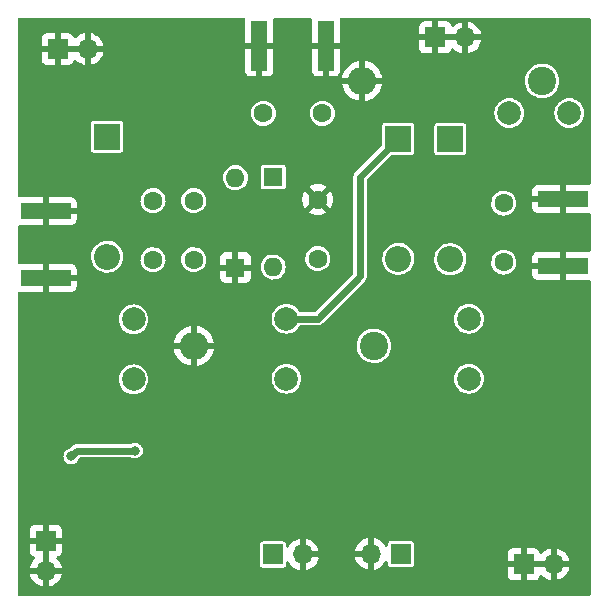
<source format=gbr>
%TF.GenerationSoftware,KiCad,Pcbnew,(6.0.2)*%
%TF.CreationDate,2022-12-27T18:57:37-08:00*%
%TF.ProjectId,tr_switch,74725f73-7769-4746-9368-2e6b69636164,rev?*%
%TF.SameCoordinates,PX4b94250PY699e930*%
%TF.FileFunction,Copper,L2,Bot*%
%TF.FilePolarity,Positive*%
%FSLAX46Y46*%
G04 Gerber Fmt 4.6, Leading zero omitted, Abs format (unit mm)*
G04 Created by KiCad (PCBNEW (6.0.2)) date 2022-12-27 18:57:37*
%MOMM*%
%LPD*%
G01*
G04 APERTURE LIST*
%TA.AperFunction,ComponentPad*%
%ADD10R,2.200000X2.200000*%
%TD*%
%TA.AperFunction,ComponentPad*%
%ADD11O,2.200000X2.200000*%
%TD*%
%TA.AperFunction,ComponentPad*%
%ADD12C,1.600000*%
%TD*%
%TA.AperFunction,ComponentPad*%
%ADD13R,1.600000X1.600000*%
%TD*%
%TA.AperFunction,ComponentPad*%
%ADD14O,1.600000X1.600000*%
%TD*%
%TA.AperFunction,ComponentPad*%
%ADD15C,2.000000*%
%TD*%
%TA.AperFunction,SMDPad,CuDef*%
%ADD16R,4.200000X1.350000*%
%TD*%
%TA.AperFunction,ComponentPad*%
%ADD17R,1.700000X1.700000*%
%TD*%
%TA.AperFunction,ComponentPad*%
%ADD18O,1.700000X1.700000*%
%TD*%
%TA.AperFunction,SMDPad,CuDef*%
%ADD19R,1.350000X4.200000*%
%TD*%
%TA.AperFunction,ComponentPad*%
%ADD20C,2.400000*%
%TD*%
%TA.AperFunction,ComponentPad*%
%ADD21O,2.400000X2.400000*%
%TD*%
%TA.AperFunction,ViaPad*%
%ADD22C,0.800000*%
%TD*%
%TA.AperFunction,Conductor*%
%ADD23C,0.609600*%
%TD*%
G04 APERTURE END LIST*
D10*
%TO.P,D2,1,K*%
%TO.N,Net-(C5-Pad1)*%
X32450000Y38955000D03*
D11*
%TO.P,D2,2,A*%
%TO.N,Net-(D2-Pad2)*%
X32450000Y28795000D03*
%TD*%
D12*
%TO.P,C4,1*%
%TO.N,Net-(C4-Pad1)*%
X11675000Y33700000D03*
%TO.P,C4,2*%
%TO.N,Net-(C3-Pad1)*%
X11675000Y28700000D03*
%TD*%
D13*
%TO.P,D3,1,K*%
%TO.N,GND*%
X18650000Y28040000D03*
D14*
%TO.P,D3,2,A*%
%TO.N,Net-(C3-Pad2)*%
X18650000Y35660000D03*
%TD*%
D12*
%TO.P,C5,1*%
%TO.N,Net-(C5-Pad1)*%
X26025000Y41100000D03*
%TO.P,C5,2*%
%TO.N,Net-(C5-Pad2)*%
X21025000Y41100000D03*
%TD*%
D15*
%TO.P,L2,1,1*%
%TO.N,Net-(C5-Pad1)*%
X22975000Y23715000D03*
%TO.P,L2,2,2*%
%TO.N,Net-(L2-Pad2)*%
X22975000Y18635000D03*
%TD*%
D16*
%TO.P,J4,2,Ext*%
%TO.N,GND*%
X2600000Y27175000D03*
X2600000Y32825000D03*
%TD*%
D17*
%TO.P,J9,1,Pin_1*%
%TO.N,GND*%
X3600000Y46550000D03*
D18*
%TO.P,J9,2,Pin_2*%
X6140000Y46550000D03*
%TD*%
D15*
%TO.P,L3,1,1*%
%TO.N,Net-(L3-Pad1)*%
X38425000Y18635000D03*
%TO.P,L3,2,2*%
%TO.N,Net-(D2-Pad2)*%
X38425000Y23715000D03*
%TD*%
D17*
%TO.P,J2,1,Pin_1*%
%TO.N,Net-(J2-Pad1)*%
X21825000Y3750000D03*
D18*
%TO.P,J2,2,Pin_2*%
%TO.N,GND*%
X24365000Y3750000D03*
%TD*%
D19*
%TO.P,J6,2,Ext*%
%TO.N,GND*%
X26325000Y46837500D03*
X20675000Y46837500D03*
%TD*%
D15*
%TO.P,L1,1,1*%
%TO.N,Net-(L1-Pad1)*%
X10025000Y18585000D03*
%TO.P,L1,2,2*%
%TO.N,Net-(C3-Pad1)*%
X10025000Y23665000D03*
%TD*%
D12*
%TO.P,C7,1*%
%TO.N,GND*%
X25625000Y33800000D03*
%TO.P,C7,2*%
%TO.N,Net-(C7-Pad2)*%
X25625000Y28800000D03*
%TD*%
D13*
%TO.P,D4,1,K*%
%TO.N,Net-(C3-Pad2)*%
X21850000Y35710000D03*
D14*
%TO.P,D4,2,A*%
%TO.N,Net-(C7-Pad2)*%
X21850000Y28090000D03*
%TD*%
D10*
%TO.P,D1,1,K*%
%TO.N,Net-(C5-Pad1)*%
X7800000Y39130000D03*
D11*
%TO.P,D1,2,A*%
%TO.N,Net-(C3-Pad1)*%
X7800000Y28970000D03*
%TD*%
D17*
%TO.P,J1,1,Pin_1*%
%TO.N,/VDD12*%
X32650000Y3800000D03*
D18*
%TO.P,J1,2,Pin_2*%
%TO.N,GND*%
X30110000Y3800000D03*
%TD*%
D17*
%TO.P,J10,1,Pin_1*%
%TO.N,GND*%
X43050000Y2925000D03*
D18*
%TO.P,J10,2,Pin_2*%
X45590000Y2925000D03*
%TD*%
D17*
%TO.P,J11,1,Pin_1*%
%TO.N,GND*%
X2600000Y4925000D03*
D18*
%TO.P,J11,2,Pin_2*%
X2600000Y2385000D03*
%TD*%
D12*
%TO.P,C6,1*%
%TO.N,Net-(C6-Pad1)*%
X41375000Y28500000D03*
%TO.P,C6,2*%
%TO.N,Net-(C6-Pad2)*%
X41375000Y33500000D03*
%TD*%
D16*
%TO.P,J7,2,Ext*%
%TO.N,GND*%
X46375000Y28200000D03*
X46375000Y33850000D03*
%TD*%
D10*
%TO.P,D5,1,K*%
%TO.N,Net-(C6-Pad1)*%
X36850000Y38905000D03*
D11*
%TO.P,D5,2,A*%
%TO.N,Net-(D2-Pad2)*%
X36850000Y28745000D03*
%TD*%
D15*
%TO.P,L4,1,1*%
%TO.N,Net-(C6-Pad1)*%
X41835000Y41125000D03*
%TO.P,L4,2,2*%
%TO.N,Net-(L4-Pad2)*%
X46915000Y41125000D03*
%TD*%
D17*
%TO.P,J12,1,Pin_1*%
%TO.N,GND*%
X35585000Y47525000D03*
D18*
%TO.P,J12,2,Pin_2*%
X38125000Y47525000D03*
%TD*%
D12*
%TO.P,C3,1*%
%TO.N,Net-(C3-Pad1)*%
X15125000Y28700000D03*
%TO.P,C3,2*%
%TO.N,Net-(C3-Pad2)*%
X15125000Y33700000D03*
%TD*%
D20*
%TO.P,R14,1*%
%TO.N,Net-(L4-Pad2)*%
X44625000Y43850000D03*
D21*
%TO.P,R14,2*%
%TO.N,GND*%
X29385000Y43850000D03*
%TD*%
D20*
%TO.P,R11,1*%
%TO.N,Net-(L2-Pad2)*%
X30370000Y21425000D03*
D21*
%TO.P,R11,2*%
%TO.N,GND*%
X15130000Y21425000D03*
%TD*%
D22*
%TO.N,/VDD12*%
X10150000Y12550000D03*
X4750000Y12050000D03*
%TO.N,GND*%
X15100000Y6500000D03*
X2450000Y15350000D03*
X20700000Y43400000D03*
X43325000Y29700000D03*
X5400000Y4750000D03*
X45800000Y11050000D03*
X26475000Y43500000D03*
X32900000Y8550000D03*
X1900000Y10150000D03*
X46025000Y22300000D03*
X45025000Y35500000D03*
X30625000Y17850000D03*
X27500002Y9099987D03*
X3550000Y34750000D03*
X14650000Y8800000D03*
X4875000Y24825000D03*
X16775000Y11650000D03*
X35050000Y2850000D03*
X34750000Y43350000D03*
X30800000Y25800000D03*
X33600000Y13500000D03*
X15725000Y31275000D03*
X10100000Y41950000D03*
X22150000Y12900000D03*
X26600000Y37475000D03*
%TD*%
D23*
%TO.N,/VDD12*%
X10150000Y12550000D02*
X5250000Y12550000D01*
X5250000Y12550000D02*
X4750000Y12050000D01*
%TO.N,Net-(C5-Pad1)*%
X29200000Y35705000D02*
X32450000Y38955000D01*
X22975000Y23715000D02*
X25615000Y23715000D01*
X29200000Y27300000D02*
X29200000Y35705000D01*
X25615000Y23715000D02*
X29200000Y27300000D01*
%TD*%
%TA.AperFunction,Conductor*%
%TO.N,GND*%
G36*
X19443671Y49175998D02*
G01*
X19490164Y49122342D01*
X19500268Y49052068D01*
X19498133Y49040854D01*
X19497895Y49039852D01*
X19492370Y48988998D01*
X19492000Y48982172D01*
X19492000Y47109615D01*
X19496475Y47094376D01*
X19497865Y47093171D01*
X19505548Y47091500D01*
X21839884Y47091500D01*
X21855123Y47095975D01*
X21856328Y47097365D01*
X21857999Y47105048D01*
X21857999Y48982169D01*
X21857629Y48988998D01*
X21852106Y49039845D01*
X21851867Y49040850D01*
X21851909Y49041657D01*
X21851252Y49047707D01*
X21852230Y49047813D01*
X21855567Y49111750D01*
X21897011Y49169395D01*
X21963041Y49195483D01*
X21974449Y49196000D01*
X25025550Y49196000D01*
X25093671Y49175998D01*
X25140164Y49122342D01*
X25150268Y49052068D01*
X25148133Y49040854D01*
X25147895Y49039852D01*
X25142370Y48988998D01*
X25142000Y48982172D01*
X25142000Y47109615D01*
X25146475Y47094376D01*
X25147865Y47093171D01*
X25155548Y47091500D01*
X27489884Y47091500D01*
X27505123Y47095975D01*
X27506328Y47097365D01*
X27507999Y47105048D01*
X27507999Y47797115D01*
X34227000Y47797115D01*
X34231475Y47781876D01*
X34232865Y47780671D01*
X34240548Y47779000D01*
X35312885Y47779000D01*
X35328124Y47783475D01*
X35329329Y47784865D01*
X35331000Y47792548D01*
X35331000Y47797115D01*
X35839000Y47797115D01*
X35843475Y47781876D01*
X35844865Y47780671D01*
X35852548Y47779000D01*
X37852885Y47779000D01*
X37868124Y47783475D01*
X37869329Y47784865D01*
X37871000Y47792548D01*
X37871000Y47797115D01*
X38379000Y47797115D01*
X38383475Y47781876D01*
X38384865Y47780671D01*
X38392548Y47779000D01*
X39443344Y47779000D01*
X39456875Y47782973D01*
X39458180Y47792053D01*
X39416214Y47959125D01*
X39412894Y47968876D01*
X39327972Y48164186D01*
X39323105Y48173261D01*
X39207426Y48352074D01*
X39201136Y48360243D01*
X39057806Y48517760D01*
X39050273Y48524785D01*
X38883139Y48656778D01*
X38874552Y48662483D01*
X38688117Y48765401D01*
X38678705Y48769631D01*
X38477959Y48840720D01*
X38467988Y48843354D01*
X38396837Y48856028D01*
X38383540Y48854568D01*
X38379000Y48840011D01*
X38379000Y47797115D01*
X37871000Y47797115D01*
X37871000Y48841898D01*
X37867082Y48855242D01*
X37852806Y48857229D01*
X37814324Y48851340D01*
X37804288Y48848949D01*
X37601868Y48782788D01*
X37592359Y48778791D01*
X37403463Y48680458D01*
X37394738Y48674964D01*
X37224433Y48547095D01*
X37216726Y48540252D01*
X37139094Y48459015D01*
X37077570Y48423585D01*
X37006657Y48427042D01*
X36948871Y48468288D01*
X36930018Y48501836D01*
X36888324Y48613054D01*
X36879786Y48628649D01*
X36803285Y48730724D01*
X36790724Y48743285D01*
X36688649Y48819786D01*
X36673054Y48828324D01*
X36552606Y48873478D01*
X36537351Y48877105D01*
X36486486Y48882631D01*
X36479672Y48883000D01*
X35857115Y48883000D01*
X35841876Y48878525D01*
X35840671Y48877135D01*
X35839000Y48869452D01*
X35839000Y47797115D01*
X35331000Y47797115D01*
X35331000Y48864884D01*
X35326525Y48880123D01*
X35325135Y48881328D01*
X35317452Y48882999D01*
X34690331Y48882999D01*
X34683510Y48882629D01*
X34632648Y48877105D01*
X34617396Y48873479D01*
X34496946Y48828324D01*
X34481351Y48819786D01*
X34379276Y48743285D01*
X34366715Y48730724D01*
X34290214Y48628649D01*
X34281676Y48613054D01*
X34236522Y48492606D01*
X34232895Y48477351D01*
X34227369Y48426486D01*
X34227000Y48419672D01*
X34227000Y47797115D01*
X27507999Y47797115D01*
X27507999Y48982169D01*
X27507629Y48988998D01*
X27502106Y49039845D01*
X27501867Y49040850D01*
X27501909Y49041657D01*
X27501252Y49047707D01*
X27502230Y49047813D01*
X27505567Y49111750D01*
X27547011Y49169395D01*
X27613041Y49195483D01*
X27624449Y49196000D01*
X48595000Y49196000D01*
X48663121Y49175998D01*
X48709614Y49122342D01*
X48721000Y49070000D01*
X48721000Y35151929D01*
X48700998Y35083808D01*
X48647342Y35037315D01*
X48581392Y35026666D01*
X48526486Y35032631D01*
X48519672Y35033000D01*
X46647115Y35033000D01*
X46631876Y35028525D01*
X46630671Y35027135D01*
X46629000Y35019452D01*
X46629000Y32685116D01*
X46633475Y32669877D01*
X46634865Y32668672D01*
X46642548Y32667001D01*
X48519669Y32667001D01*
X48526490Y32667371D01*
X48581395Y32673334D01*
X48651277Y32660805D01*
X48703292Y32612483D01*
X48721000Y32548071D01*
X48721000Y29501929D01*
X48700998Y29433808D01*
X48647342Y29387315D01*
X48581392Y29376666D01*
X48526486Y29382631D01*
X48519672Y29383000D01*
X46647115Y29383000D01*
X46631876Y29378525D01*
X46630671Y29377135D01*
X46629000Y29369452D01*
X46629000Y27035116D01*
X46633475Y27019877D01*
X46634865Y27018672D01*
X46642548Y27017001D01*
X48519669Y27017001D01*
X48526490Y27017371D01*
X48581395Y27023334D01*
X48651277Y27010805D01*
X48703292Y26962483D01*
X48721000Y26898071D01*
X48721000Y380000D01*
X48700998Y311879D01*
X48647342Y265386D01*
X48595000Y254000D01*
X380000Y254000D01*
X311879Y274002D01*
X265386Y327658D01*
X254000Y380000D01*
X254000Y2117034D01*
X1268257Y2117034D01*
X1298565Y1982554D01*
X1301645Y1972725D01*
X1381770Y1775397D01*
X1386413Y1766206D01*
X1497694Y1584612D01*
X1503777Y1576301D01*
X1643213Y1415333D01*
X1650580Y1408117D01*
X1814434Y1272084D01*
X1822881Y1266169D01*
X2006756Y1158721D01*
X2016042Y1154271D01*
X2215001Y1078297D01*
X2224899Y1075421D01*
X2328250Y1054394D01*
X2342299Y1055590D01*
X2346000Y1065935D01*
X2346000Y1066483D01*
X2854000Y1066483D01*
X2858064Y1052641D01*
X2871478Y1050607D01*
X2878184Y1051466D01*
X2888262Y1053608D01*
X3092255Y1114809D01*
X3101842Y1118567D01*
X3293095Y1212261D01*
X3301945Y1217536D01*
X3475328Y1341208D01*
X3483200Y1347861D01*
X3634052Y1498188D01*
X3640730Y1506035D01*
X3765003Y1678980D01*
X3770313Y1687817D01*
X3864670Y1878733D01*
X3868469Y1888328D01*
X3911613Y2030331D01*
X41692001Y2030331D01*
X41692371Y2023510D01*
X41697895Y1972648D01*
X41701521Y1957396D01*
X41746676Y1836946D01*
X41755214Y1821351D01*
X41831715Y1719276D01*
X41844276Y1706715D01*
X41946351Y1630214D01*
X41961946Y1621676D01*
X42082394Y1576522D01*
X42097649Y1572895D01*
X42148514Y1567369D01*
X42155328Y1567000D01*
X42777885Y1567000D01*
X42793124Y1571475D01*
X42794329Y1572865D01*
X42796000Y1580548D01*
X42796000Y1585116D01*
X43304000Y1585116D01*
X43308475Y1569877D01*
X43309865Y1568672D01*
X43317548Y1567001D01*
X43944669Y1567001D01*
X43951490Y1567371D01*
X44002352Y1572895D01*
X44017604Y1576521D01*
X44138054Y1621676D01*
X44153649Y1630214D01*
X44255724Y1706715D01*
X44268285Y1719276D01*
X44344786Y1821351D01*
X44353325Y1836948D01*
X44394425Y1946582D01*
X44437066Y2003347D01*
X44503628Y2028047D01*
X44572977Y2012840D01*
X44607645Y1984850D01*
X44633219Y1955326D01*
X44640580Y1948117D01*
X44804434Y1812084D01*
X44812881Y1806169D01*
X44996756Y1698721D01*
X45006042Y1694271D01*
X45205001Y1618297D01*
X45214899Y1615421D01*
X45318250Y1594394D01*
X45332299Y1595590D01*
X45336000Y1605935D01*
X45336000Y1606483D01*
X45844000Y1606483D01*
X45848064Y1592641D01*
X45861478Y1590607D01*
X45868184Y1591466D01*
X45878262Y1593608D01*
X46082255Y1654809D01*
X46091842Y1658567D01*
X46283095Y1752261D01*
X46291945Y1757536D01*
X46465328Y1881208D01*
X46473200Y1887861D01*
X46624052Y2038188D01*
X46630730Y2046035D01*
X46755003Y2218980D01*
X46760313Y2227817D01*
X46854670Y2418733D01*
X46858469Y2428328D01*
X46920377Y2632090D01*
X46922555Y2642163D01*
X46923986Y2653038D01*
X46921775Y2667222D01*
X46908617Y2671000D01*
X45862115Y2671000D01*
X45846876Y2666525D01*
X45845671Y2665135D01*
X45844000Y2657452D01*
X45844000Y1606483D01*
X45336000Y1606483D01*
X45336000Y2652885D01*
X45331525Y2668124D01*
X45330135Y2669329D01*
X45322452Y2671000D01*
X43322115Y2671000D01*
X43306876Y2666525D01*
X43305671Y2665135D01*
X43304000Y2657452D01*
X43304000Y1585116D01*
X42796000Y1585116D01*
X42796000Y2652885D01*
X42791525Y2668124D01*
X42790135Y2669329D01*
X42782452Y2671000D01*
X41710116Y2671000D01*
X41694877Y2666525D01*
X41693672Y2665135D01*
X41692001Y2657452D01*
X41692001Y2030331D01*
X3911613Y2030331D01*
X3930377Y2092090D01*
X3932555Y2102163D01*
X3933986Y2113038D01*
X3931775Y2127222D01*
X3918617Y2131000D01*
X2872115Y2131000D01*
X2856876Y2126525D01*
X2855671Y2125135D01*
X2854000Y2117452D01*
X2854000Y1066483D01*
X2346000Y1066483D01*
X2346000Y2112885D01*
X2341525Y2128124D01*
X2340135Y2129329D01*
X2332452Y2131000D01*
X1283225Y2131000D01*
X1269694Y2127027D01*
X1268257Y2117034D01*
X254000Y2117034D01*
X254000Y4030331D01*
X1242001Y4030331D01*
X1242371Y4023510D01*
X1247895Y3972648D01*
X1251521Y3957396D01*
X1296676Y3836946D01*
X1305214Y3821351D01*
X1381715Y3719276D01*
X1394276Y3706715D01*
X1496351Y3630214D01*
X1511946Y3621676D01*
X1621337Y3580667D01*
X1678101Y3538025D01*
X1702801Y3471464D01*
X1687594Y3402115D01*
X1668201Y3375634D01*
X1544590Y3246283D01*
X1538104Y3238273D01*
X1418098Y3062351D01*
X1413000Y3053377D01*
X1323338Y2860217D01*
X1319775Y2850530D01*
X1264389Y2650817D01*
X1265912Y2642393D01*
X1278292Y2639000D01*
X2327885Y2639000D01*
X2343124Y2643475D01*
X2344329Y2644865D01*
X2346000Y2652548D01*
X2346000Y2657115D01*
X2854000Y2657115D01*
X2858475Y2641876D01*
X2859865Y2640671D01*
X2867548Y2639000D01*
X3918344Y2639000D01*
X3931875Y2642973D01*
X3933180Y2652053D01*
X3891214Y2819125D01*
X3887894Y2828876D01*
X3802972Y3024186D01*
X3798105Y3033261D01*
X3682426Y3212074D01*
X3676136Y3220243D01*
X3531931Y3378721D01*
X3500879Y3442567D01*
X3509273Y3513066D01*
X3554450Y3567834D01*
X3580894Y3581503D01*
X3688054Y3621676D01*
X3703649Y3630214D01*
X3805724Y3706715D01*
X3818285Y3719276D01*
X3894786Y3821351D01*
X3903324Y3836946D01*
X3948478Y3957394D01*
X3952105Y3972649D01*
X3957631Y4023514D01*
X3958000Y4030328D01*
X3958000Y4625067D01*
X20720500Y4625067D01*
X20720501Y2874934D01*
X20735266Y2800699D01*
X20742161Y2790380D01*
X20742162Y2790378D01*
X20760549Y2762861D01*
X20791516Y2716516D01*
X20875699Y2660266D01*
X20949933Y2645500D01*
X21824858Y2645500D01*
X22700066Y2645501D01*
X22737960Y2653038D01*
X22762126Y2657844D01*
X22762128Y2657845D01*
X22774301Y2660266D01*
X22784621Y2667161D01*
X22784622Y2667162D01*
X22848168Y2709623D01*
X22858484Y2716516D01*
X22914734Y2800699D01*
X22929500Y2874933D01*
X22929500Y3046572D01*
X22949502Y3114693D01*
X23003158Y3161186D01*
X23073432Y3171290D01*
X23138012Y3141796D01*
X23162933Y3112407D01*
X23262694Y2949612D01*
X23268777Y2941301D01*
X23408213Y2780333D01*
X23415580Y2773117D01*
X23579434Y2637084D01*
X23587881Y2631169D01*
X23771756Y2523721D01*
X23781042Y2519271D01*
X23980001Y2443297D01*
X23989899Y2440421D01*
X24093250Y2419394D01*
X24107299Y2420590D01*
X24111000Y2430935D01*
X24111000Y2431483D01*
X24619000Y2431483D01*
X24623064Y2417641D01*
X24636478Y2415607D01*
X24643184Y2416466D01*
X24653262Y2418608D01*
X24857255Y2479809D01*
X24866842Y2483567D01*
X25058095Y2577261D01*
X25066945Y2582536D01*
X25240328Y2706208D01*
X25248200Y2712861D01*
X25399052Y2863188D01*
X25405730Y2871035D01*
X25530003Y3043980D01*
X25535313Y3052817D01*
X25629670Y3243733D01*
X25633469Y3253328D01*
X25695377Y3457090D01*
X25697555Y3467163D01*
X25698986Y3478038D01*
X25696775Y3492222D01*
X25683617Y3496000D01*
X24637115Y3496000D01*
X24621876Y3491525D01*
X24620671Y3490135D01*
X24619000Y3482452D01*
X24619000Y2431483D01*
X24111000Y2431483D01*
X24111000Y3532034D01*
X28778257Y3532034D01*
X28808565Y3397554D01*
X28811645Y3387725D01*
X28891770Y3190397D01*
X28896413Y3181206D01*
X29007694Y2999612D01*
X29013777Y2991301D01*
X29153213Y2830333D01*
X29160580Y2823117D01*
X29324434Y2687084D01*
X29332881Y2681169D01*
X29516756Y2573721D01*
X29526042Y2569271D01*
X29725001Y2493297D01*
X29734899Y2490421D01*
X29838250Y2469394D01*
X29852299Y2470590D01*
X29856000Y2480935D01*
X29856000Y2481483D01*
X30364000Y2481483D01*
X30368064Y2467641D01*
X30381478Y2465607D01*
X30388184Y2466466D01*
X30398262Y2468608D01*
X30602255Y2529809D01*
X30611842Y2533567D01*
X30803095Y2627261D01*
X30811945Y2632536D01*
X30985328Y2756208D01*
X30993200Y2762861D01*
X31144052Y2913188D01*
X31150730Y2921035D01*
X31275003Y3093980D01*
X31280310Y3102812D01*
X31306544Y3155891D01*
X31354658Y3208097D01*
X31423360Y3226004D01*
X31490836Y3203925D01*
X31535664Y3148871D01*
X31545501Y3100063D01*
X31545501Y2924934D01*
X31560266Y2850699D01*
X31567161Y2840380D01*
X31567162Y2840378D01*
X31593675Y2800699D01*
X31616516Y2766516D01*
X31700699Y2710266D01*
X31774933Y2695500D01*
X32649858Y2695500D01*
X33525066Y2695501D01*
X33560818Y2702612D01*
X33587126Y2707844D01*
X33587128Y2707845D01*
X33599301Y2710266D01*
X33609621Y2717161D01*
X33609622Y2717162D01*
X33673168Y2759623D01*
X33683484Y2766516D01*
X33739734Y2850699D01*
X33754500Y2924933D01*
X33754500Y3197115D01*
X41692000Y3197115D01*
X41696475Y3181876D01*
X41697865Y3180671D01*
X41705548Y3179000D01*
X42777885Y3179000D01*
X42793124Y3183475D01*
X42794329Y3184865D01*
X42796000Y3192548D01*
X42796000Y3197115D01*
X43304000Y3197115D01*
X43308475Y3181876D01*
X43309865Y3180671D01*
X43317548Y3179000D01*
X45317885Y3179000D01*
X45333124Y3183475D01*
X45334329Y3184865D01*
X45336000Y3192548D01*
X45336000Y3197115D01*
X45844000Y3197115D01*
X45848475Y3181876D01*
X45849865Y3180671D01*
X45857548Y3179000D01*
X46908344Y3179000D01*
X46921875Y3182973D01*
X46923180Y3192053D01*
X46881214Y3359125D01*
X46877894Y3368876D01*
X46792972Y3564186D01*
X46788105Y3573261D01*
X46672426Y3752074D01*
X46666136Y3760243D01*
X46522806Y3917760D01*
X46515273Y3924785D01*
X46348139Y4056778D01*
X46339552Y4062483D01*
X46153117Y4165401D01*
X46143705Y4169631D01*
X45942959Y4240720D01*
X45932988Y4243354D01*
X45861837Y4256028D01*
X45848540Y4254568D01*
X45844000Y4240011D01*
X45844000Y3197115D01*
X45336000Y3197115D01*
X45336000Y4241898D01*
X45332082Y4255242D01*
X45317806Y4257229D01*
X45279324Y4251340D01*
X45269288Y4248949D01*
X45066868Y4182788D01*
X45057359Y4178791D01*
X44868463Y4080458D01*
X44859738Y4074964D01*
X44689433Y3947095D01*
X44681726Y3940252D01*
X44604094Y3859015D01*
X44542570Y3823585D01*
X44471657Y3827042D01*
X44413871Y3868288D01*
X44395018Y3901836D01*
X44353324Y4013054D01*
X44344786Y4028649D01*
X44268285Y4130724D01*
X44255724Y4143285D01*
X44153649Y4219786D01*
X44138054Y4228324D01*
X44017606Y4273478D01*
X44002351Y4277105D01*
X43951486Y4282631D01*
X43944672Y4283000D01*
X43322115Y4283000D01*
X43306876Y4278525D01*
X43305671Y4277135D01*
X43304000Y4269452D01*
X43304000Y3197115D01*
X42796000Y3197115D01*
X42796000Y4264884D01*
X42791525Y4280123D01*
X42790135Y4281328D01*
X42782452Y4282999D01*
X42155331Y4282999D01*
X42148510Y4282629D01*
X42097648Y4277105D01*
X42082396Y4273479D01*
X41961946Y4228324D01*
X41946351Y4219786D01*
X41844276Y4143285D01*
X41831715Y4130724D01*
X41755214Y4028649D01*
X41746676Y4013054D01*
X41701522Y3892606D01*
X41697895Y3877351D01*
X41692369Y3826486D01*
X41692000Y3819672D01*
X41692000Y3197115D01*
X33754500Y3197115D01*
X33754499Y4675066D01*
X33739734Y4749301D01*
X33724504Y4772095D01*
X33690377Y4823168D01*
X33683484Y4833484D01*
X33599301Y4889734D01*
X33525067Y4904500D01*
X32650142Y4904500D01*
X31774934Y4904499D01*
X31739182Y4897388D01*
X31712874Y4892156D01*
X31712872Y4892155D01*
X31700699Y4889734D01*
X31690379Y4882839D01*
X31690378Y4882838D01*
X31688792Y4881778D01*
X31616516Y4833484D01*
X31560266Y4749301D01*
X31545500Y4675067D01*
X31545500Y4507148D01*
X31525498Y4439027D01*
X31471842Y4392534D01*
X31401568Y4382430D01*
X31336988Y4411924D01*
X31311235Y4444132D01*
X31310912Y4443923D01*
X31308836Y4447132D01*
X31308453Y4447611D01*
X31308099Y4448271D01*
X31192426Y4627074D01*
X31186136Y4635243D01*
X31042806Y4792760D01*
X31035273Y4799785D01*
X30868139Y4931778D01*
X30859552Y4937483D01*
X30673117Y5040401D01*
X30663705Y5044631D01*
X30462959Y5115720D01*
X30452988Y5118354D01*
X30381837Y5131028D01*
X30368540Y5129568D01*
X30364000Y5115011D01*
X30364000Y2481483D01*
X29856000Y2481483D01*
X29856000Y3527885D01*
X29851525Y3543124D01*
X29850135Y3544329D01*
X29842452Y3546000D01*
X28793225Y3546000D01*
X28779694Y3542027D01*
X28778257Y3532034D01*
X24111000Y3532034D01*
X24111000Y4022115D01*
X24619000Y4022115D01*
X24623475Y4006876D01*
X24624865Y4005671D01*
X24632548Y4004000D01*
X25683344Y4004000D01*
X25696875Y4007973D01*
X25698180Y4017053D01*
X25685931Y4065817D01*
X28774389Y4065817D01*
X28775912Y4057393D01*
X28788292Y4054000D01*
X29837885Y4054000D01*
X29853124Y4058475D01*
X29854329Y4059865D01*
X29856000Y4067548D01*
X29856000Y5116898D01*
X29852082Y5130242D01*
X29837806Y5132229D01*
X29799324Y5126340D01*
X29789288Y5123949D01*
X29586868Y5057788D01*
X29577359Y5053791D01*
X29388463Y4955458D01*
X29379738Y4949964D01*
X29209433Y4822095D01*
X29201726Y4815252D01*
X29054590Y4661283D01*
X29048104Y4653273D01*
X28928098Y4477351D01*
X28923000Y4468377D01*
X28833338Y4275217D01*
X28829775Y4265530D01*
X28774389Y4065817D01*
X25685931Y4065817D01*
X25656214Y4184125D01*
X25652894Y4193876D01*
X25567972Y4389186D01*
X25563105Y4398261D01*
X25447426Y4577074D01*
X25441136Y4585243D01*
X25297806Y4742760D01*
X25290273Y4749785D01*
X25123139Y4881778D01*
X25114552Y4887483D01*
X24928117Y4990401D01*
X24918705Y4994631D01*
X24717959Y5065720D01*
X24707988Y5068354D01*
X24636837Y5081028D01*
X24623540Y5079568D01*
X24619000Y5065011D01*
X24619000Y4022115D01*
X24111000Y4022115D01*
X24111000Y5066898D01*
X24107082Y5080242D01*
X24092806Y5082229D01*
X24054324Y5076340D01*
X24044288Y5073949D01*
X23841868Y5007788D01*
X23832359Y5003791D01*
X23643463Y4905458D01*
X23634738Y4899964D01*
X23464433Y4772095D01*
X23456726Y4765252D01*
X23309590Y4611283D01*
X23303104Y4603273D01*
X23183098Y4427351D01*
X23178000Y4418377D01*
X23169787Y4400684D01*
X23122963Y4347317D01*
X23054720Y4327736D01*
X22986724Y4348159D01*
X22940564Y4402101D01*
X22929499Y4453734D01*
X22929499Y4625066D01*
X22922296Y4661283D01*
X22917156Y4687126D01*
X22917155Y4687128D01*
X22914734Y4699301D01*
X22889459Y4737128D01*
X22865377Y4773168D01*
X22858484Y4783484D01*
X22774301Y4839734D01*
X22700067Y4854500D01*
X21825142Y4854500D01*
X20949934Y4854499D01*
X20914182Y4847388D01*
X20887874Y4842156D01*
X20887872Y4842155D01*
X20875699Y4839734D01*
X20865379Y4832839D01*
X20865378Y4832838D01*
X20815912Y4799785D01*
X20791516Y4783484D01*
X20735266Y4699301D01*
X20720500Y4625067D01*
X3958000Y4625067D01*
X3958000Y4652885D01*
X3953525Y4668124D01*
X3952135Y4669329D01*
X3944452Y4671000D01*
X2872115Y4671000D01*
X2856876Y4666525D01*
X2855671Y4665135D01*
X2854000Y4657452D01*
X2854000Y2657115D01*
X2346000Y2657115D01*
X2346000Y4652885D01*
X2341525Y4668124D01*
X2340135Y4669329D01*
X2332452Y4671000D01*
X1260116Y4671000D01*
X1244877Y4666525D01*
X1243672Y4665135D01*
X1242001Y4657452D01*
X1242001Y4030331D01*
X254000Y4030331D01*
X254000Y5197115D01*
X1242000Y5197115D01*
X1246475Y5181876D01*
X1247865Y5180671D01*
X1255548Y5179000D01*
X2327885Y5179000D01*
X2343124Y5183475D01*
X2344329Y5184865D01*
X2346000Y5192548D01*
X2346000Y5197115D01*
X2854000Y5197115D01*
X2858475Y5181876D01*
X2859865Y5180671D01*
X2867548Y5179000D01*
X3939884Y5179000D01*
X3955123Y5183475D01*
X3956328Y5184865D01*
X3957999Y5192548D01*
X3957999Y5819669D01*
X3957629Y5826490D01*
X3952105Y5877352D01*
X3948479Y5892604D01*
X3903324Y6013054D01*
X3894786Y6028649D01*
X3818285Y6130724D01*
X3805724Y6143285D01*
X3703649Y6219786D01*
X3688054Y6228324D01*
X3567606Y6273478D01*
X3552351Y6277105D01*
X3501486Y6282631D01*
X3494672Y6283000D01*
X2872115Y6283000D01*
X2856876Y6278525D01*
X2855671Y6277135D01*
X2854000Y6269452D01*
X2854000Y5197115D01*
X2346000Y5197115D01*
X2346000Y6264884D01*
X2341525Y6280123D01*
X2340135Y6281328D01*
X2332452Y6282999D01*
X1705331Y6282999D01*
X1698510Y6282629D01*
X1647648Y6277105D01*
X1632396Y6273479D01*
X1511946Y6228324D01*
X1496351Y6219786D01*
X1394276Y6143285D01*
X1381715Y6130724D01*
X1305214Y6028649D01*
X1296676Y6013054D01*
X1251522Y5892606D01*
X1247895Y5877351D01*
X1242369Y5826486D01*
X1242000Y5819672D01*
X1242000Y5197115D01*
X254000Y5197115D01*
X254000Y12056904D01*
X4090729Y12056904D01*
X4098038Y11990700D01*
X4102113Y11953797D01*
X4108113Y11899447D01*
X4162553Y11750681D01*
X4250908Y11619195D01*
X4256527Y11614082D01*
X4256528Y11614081D01*
X4267903Y11603731D01*
X4368076Y11512581D01*
X4507293Y11436992D01*
X4660522Y11396793D01*
X4744477Y11395474D01*
X4811319Y11394424D01*
X4811322Y11394424D01*
X4818916Y11394305D01*
X4973332Y11429671D01*
X5043742Y11465083D01*
X5108072Y11497437D01*
X5108075Y11497439D01*
X5114855Y11500849D01*
X5120626Y11505778D01*
X5120629Y11505780D01*
X5229536Y11598796D01*
X5229536Y11598797D01*
X5235314Y11603731D01*
X5327755Y11732376D01*
X5386842Y11879359D01*
X5388924Y11878522D01*
X5415470Y11924501D01*
X5444767Y11953797D01*
X5507080Y11987821D01*
X5533861Y11990700D01*
X9776376Y11990700D01*
X9836497Y11975432D01*
X9907293Y11936992D01*
X10060522Y11896793D01*
X10144477Y11895474D01*
X10211319Y11894424D01*
X10211322Y11894424D01*
X10218916Y11894305D01*
X10373332Y11929671D01*
X10443742Y11965083D01*
X10508072Y11997437D01*
X10508075Y11997439D01*
X10514855Y12000849D01*
X10520626Y12005778D01*
X10520629Y12005780D01*
X10629536Y12098796D01*
X10629536Y12098797D01*
X10635314Y12103731D01*
X10727755Y12232376D01*
X10786842Y12379359D01*
X10801869Y12484948D01*
X10808581Y12532109D01*
X10808581Y12532112D01*
X10809162Y12536193D01*
X10809307Y12550000D01*
X10790276Y12707267D01*
X10734280Y12855454D01*
X10683416Y12929462D01*
X10648855Y12979749D01*
X10648854Y12979751D01*
X10644553Y12986008D01*
X10635047Y12994478D01*
X10572169Y13050499D01*
X10526275Y13091389D01*
X10510441Y13099773D01*
X10392988Y13161961D01*
X10392989Y13161961D01*
X10386274Y13165516D01*
X10232633Y13204108D01*
X10225034Y13204148D01*
X10225033Y13204148D01*
X10159181Y13204493D01*
X10074221Y13204938D01*
X10066841Y13203166D01*
X10066839Y13203166D01*
X9927563Y13169729D01*
X9927560Y13169728D01*
X9920184Y13167957D01*
X9913439Y13164476D01*
X9913440Y13164476D01*
X9833728Y13123334D01*
X9775938Y13109300D01*
X5265159Y13109300D01*
X5259883Y13109411D01*
X5255733Y13109585D01*
X5196871Y13112052D01*
X5188508Y13110090D01*
X5188504Y13110090D01*
X5153738Y13101936D01*
X5142068Y13099773D01*
X5132261Y13098429D01*
X5098179Y13093761D01*
X5090298Y13090351D01*
X5090296Y13090350D01*
X5083992Y13087622D01*
X5062725Y13080588D01*
X5047681Y13077060D01*
X5008865Y13055721D01*
X4998206Y13050499D01*
X4965428Y13036315D01*
X4965426Y13036314D01*
X4957544Y13032903D01*
X4945530Y13023174D01*
X4926941Y13010683D01*
X4913396Y13003237D01*
X4905148Y12996117D01*
X4880151Y12971120D01*
X4870350Y12962295D01*
X4838455Y12936467D01*
X4833480Y12929466D01*
X4833476Y12929462D01*
X4827281Y12920745D01*
X4813670Y12904639D01*
X4620063Y12711032D01*
X4560383Y12677609D01*
X4527570Y12669731D01*
X4527564Y12669729D01*
X4520184Y12667957D01*
X4379414Y12595300D01*
X4260039Y12491162D01*
X4168950Y12361556D01*
X4166190Y12354476D01*
X4116178Y12226202D01*
X4111406Y12213963D01*
X4110414Y12206430D01*
X4110414Y12206429D01*
X4096894Y12103731D01*
X4090729Y12056904D01*
X254000Y12056904D01*
X254000Y18585000D01*
X8765708Y18585000D01*
X8784839Y18366326D01*
X8841653Y18154297D01*
X8843978Y18149312D01*
X8932095Y17960341D01*
X8932098Y17960336D01*
X8934421Y17955354D01*
X8937577Y17950847D01*
X8937578Y17950845D01*
X9025316Y17825543D01*
X9060326Y17775543D01*
X9215543Y17620326D01*
X9220051Y17617169D01*
X9220054Y17617167D01*
X9327268Y17542095D01*
X9395354Y17494421D01*
X9400336Y17492098D01*
X9400341Y17492095D01*
X9501116Y17445104D01*
X9594297Y17401653D01*
X9806326Y17344839D01*
X10025000Y17325708D01*
X10243674Y17344839D01*
X10455703Y17401653D01*
X10548884Y17445104D01*
X10649659Y17492095D01*
X10649664Y17492098D01*
X10654646Y17494421D01*
X10722732Y17542095D01*
X10829946Y17617167D01*
X10829949Y17617169D01*
X10834457Y17620326D01*
X10989674Y17775543D01*
X11024685Y17825543D01*
X11112422Y17950845D01*
X11112423Y17950847D01*
X11115579Y17955354D01*
X11117902Y17960336D01*
X11117905Y17960341D01*
X11206022Y18149312D01*
X11208347Y18154297D01*
X11265161Y18366326D01*
X11284292Y18585000D01*
X11279918Y18635000D01*
X21715708Y18635000D01*
X21734839Y18416326D01*
X21791653Y18204297D01*
X21793978Y18199312D01*
X21882095Y18010341D01*
X21882098Y18010336D01*
X21884421Y18005354D01*
X21887577Y18000847D01*
X21887578Y18000845D01*
X21922589Y17950845D01*
X22010326Y17825543D01*
X22165543Y17670326D01*
X22170051Y17667169D01*
X22170054Y17667167D01*
X22340845Y17547578D01*
X22345354Y17544421D01*
X22350336Y17542098D01*
X22350341Y17542095D01*
X22445810Y17497578D01*
X22544297Y17451653D01*
X22756326Y17394839D01*
X22975000Y17375708D01*
X23193674Y17394839D01*
X23405703Y17451653D01*
X23504190Y17497578D01*
X23599659Y17542095D01*
X23599664Y17542098D01*
X23604646Y17544421D01*
X23609155Y17547578D01*
X23779946Y17667167D01*
X23779949Y17667169D01*
X23784457Y17670326D01*
X23939674Y17825543D01*
X24027412Y17950845D01*
X24062422Y18000845D01*
X24062423Y18000847D01*
X24065579Y18005354D01*
X24067902Y18010336D01*
X24067905Y18010341D01*
X24156022Y18199312D01*
X24158347Y18204297D01*
X24215161Y18416326D01*
X24234292Y18635000D01*
X37165708Y18635000D01*
X37184839Y18416326D01*
X37241653Y18204297D01*
X37243978Y18199312D01*
X37332095Y18010341D01*
X37332098Y18010336D01*
X37334421Y18005354D01*
X37337577Y18000847D01*
X37337578Y18000845D01*
X37372589Y17950845D01*
X37460326Y17825543D01*
X37615543Y17670326D01*
X37620051Y17667169D01*
X37620054Y17667167D01*
X37790845Y17547578D01*
X37795354Y17544421D01*
X37800336Y17542098D01*
X37800341Y17542095D01*
X37895810Y17497578D01*
X37994297Y17451653D01*
X38206326Y17394839D01*
X38425000Y17375708D01*
X38643674Y17394839D01*
X38855703Y17451653D01*
X38954190Y17497578D01*
X39049659Y17542095D01*
X39049664Y17542098D01*
X39054646Y17544421D01*
X39059155Y17547578D01*
X39229946Y17667167D01*
X39229949Y17667169D01*
X39234457Y17670326D01*
X39389674Y17825543D01*
X39477412Y17950845D01*
X39512422Y18000845D01*
X39512423Y18000847D01*
X39515579Y18005354D01*
X39517902Y18010336D01*
X39517905Y18010341D01*
X39606022Y18199312D01*
X39608347Y18204297D01*
X39665161Y18416326D01*
X39684292Y18635000D01*
X39665161Y18853674D01*
X39608347Y19065703D01*
X39541220Y19209659D01*
X39517905Y19259659D01*
X39517902Y19259664D01*
X39515579Y19264646D01*
X39427843Y19389946D01*
X39392833Y19439946D01*
X39392831Y19439949D01*
X39389674Y19444457D01*
X39234457Y19599674D01*
X39229949Y19602831D01*
X39229946Y19602833D01*
X39059155Y19722422D01*
X39059153Y19722423D01*
X39054646Y19725579D01*
X39049664Y19727902D01*
X39049659Y19727905D01*
X38948884Y19774896D01*
X38855703Y19818347D01*
X38643674Y19875161D01*
X38425000Y19894292D01*
X38206326Y19875161D01*
X37994297Y19818347D01*
X37901116Y19774896D01*
X37800341Y19727905D01*
X37800336Y19727902D01*
X37795354Y19725579D01*
X37790847Y19722423D01*
X37790845Y19722422D01*
X37620054Y19602833D01*
X37620051Y19602831D01*
X37615543Y19599674D01*
X37460326Y19444457D01*
X37457169Y19439949D01*
X37457167Y19439946D01*
X37422157Y19389946D01*
X37334421Y19264646D01*
X37332098Y19259664D01*
X37332095Y19259659D01*
X37308780Y19209659D01*
X37241653Y19065703D01*
X37184839Y18853674D01*
X37165708Y18635000D01*
X24234292Y18635000D01*
X24215161Y18853674D01*
X24158347Y19065703D01*
X24091220Y19209659D01*
X24067905Y19259659D01*
X24067902Y19259664D01*
X24065579Y19264646D01*
X23977843Y19389946D01*
X23942833Y19439946D01*
X23942831Y19439949D01*
X23939674Y19444457D01*
X23784457Y19599674D01*
X23779949Y19602831D01*
X23779946Y19602833D01*
X23609155Y19722422D01*
X23609153Y19722423D01*
X23604646Y19725579D01*
X23599664Y19727902D01*
X23599659Y19727905D01*
X23498884Y19774896D01*
X23405703Y19818347D01*
X23193674Y19875161D01*
X22975000Y19894292D01*
X22756326Y19875161D01*
X22544297Y19818347D01*
X22451116Y19774896D01*
X22350341Y19727905D01*
X22350336Y19727902D01*
X22345354Y19725579D01*
X22340847Y19722423D01*
X22340845Y19722422D01*
X22170054Y19602833D01*
X22170051Y19602831D01*
X22165543Y19599674D01*
X22010326Y19444457D01*
X22007169Y19439949D01*
X22007167Y19439946D01*
X21972157Y19389946D01*
X21884421Y19264646D01*
X21882098Y19259664D01*
X21882095Y19259659D01*
X21858780Y19209659D01*
X21791653Y19065703D01*
X21734839Y18853674D01*
X21715708Y18635000D01*
X11279918Y18635000D01*
X11265161Y18803674D01*
X11208347Y19015703D01*
X11164896Y19108884D01*
X11117905Y19209659D01*
X11117902Y19209664D01*
X11115579Y19214646D01*
X11080569Y19264646D01*
X10992833Y19389946D01*
X10992831Y19389949D01*
X10989674Y19394457D01*
X10834457Y19549674D01*
X10829949Y19552831D01*
X10829946Y19552833D01*
X10659155Y19672422D01*
X10659153Y19672423D01*
X10654646Y19675579D01*
X10649664Y19677902D01*
X10649659Y19677905D01*
X10519850Y19738435D01*
X10455703Y19768347D01*
X10243674Y19825161D01*
X10025000Y19844292D01*
X9806326Y19825161D01*
X9594297Y19768347D01*
X9530150Y19738435D01*
X9400341Y19677905D01*
X9400336Y19677902D01*
X9395354Y19675579D01*
X9390847Y19672423D01*
X9390845Y19672422D01*
X9220054Y19552833D01*
X9220051Y19552831D01*
X9215543Y19549674D01*
X9060326Y19394457D01*
X9057169Y19389949D01*
X9057167Y19389946D01*
X8969431Y19264646D01*
X8934421Y19214646D01*
X8932098Y19209664D01*
X8932095Y19209659D01*
X8885104Y19108884D01*
X8841653Y19015703D01*
X8784839Y18803674D01*
X8765708Y18585000D01*
X254000Y18585000D01*
X254000Y21151540D01*
X13442852Y21151540D01*
X13478593Y20971857D01*
X13481082Y20962882D01*
X13563708Y20732750D01*
X13567505Y20724222D01*
X13683234Y20508840D01*
X13688245Y20500973D01*
X13834550Y20305047D01*
X13840656Y20298023D01*
X14014316Y20125873D01*
X14021398Y20119824D01*
X14218586Y19975240D01*
X14226505Y19970292D01*
X14442877Y19856453D01*
X14451451Y19852725D01*
X14682282Y19772115D01*
X14691291Y19769701D01*
X14858201Y19738012D01*
X14871261Y19739296D01*
X14875506Y19752640D01*
X15384000Y19752640D01*
X15388171Y19738435D01*
X15400933Y19736380D01*
X15437487Y19740383D01*
X15446649Y19742081D01*
X15683107Y19804335D01*
X15691926Y19807372D01*
X15916584Y19903893D01*
X15924856Y19908200D01*
X16132777Y20036865D01*
X16140317Y20042343D01*
X16326943Y20200332D01*
X16333593Y20206868D01*
X16494813Y20390705D01*
X16500420Y20398146D01*
X16632700Y20603798D01*
X16637147Y20611989D01*
X16737572Y20834924D01*
X16740767Y20843702D01*
X16807135Y21079027D01*
X16808993Y21088156D01*
X16817246Y21153031D01*
X16814958Y21167292D01*
X16801938Y21171000D01*
X15402115Y21171000D01*
X15386876Y21166525D01*
X15385671Y21165135D01*
X15384000Y21157452D01*
X15384000Y19752640D01*
X14875506Y19752640D01*
X14876000Y19754192D01*
X14876000Y21152885D01*
X14871525Y21168124D01*
X14870135Y21169329D01*
X14862452Y21171000D01*
X13457096Y21171000D01*
X13444695Y21167359D01*
X13442852Y21151540D01*
X254000Y21151540D01*
X254000Y21460658D01*
X28910951Y21460658D01*
X28911248Y21455506D01*
X28911248Y21455502D01*
X28913007Y21425000D01*
X28924719Y21221879D01*
X28925856Y21216833D01*
X28925857Y21216827D01*
X28947295Y21121701D01*
X28977301Y20988554D01*
X29067284Y20766951D01*
X29069989Y20762536D01*
X29069990Y20762535D01*
X29114972Y20689132D01*
X29192254Y20563020D01*
X29348852Y20382238D01*
X29532874Y20229460D01*
X29537326Y20226858D01*
X29537331Y20226855D01*
X29710141Y20125873D01*
X29739377Y20108789D01*
X29962817Y20023466D01*
X29967883Y20022435D01*
X29967884Y20022435D01*
X30022729Y20011277D01*
X30197191Y19975782D01*
X30331499Y19970857D01*
X30431043Y19967206D01*
X30431048Y19967206D01*
X30436207Y19967017D01*
X30441327Y19967673D01*
X30441329Y19967673D01*
X30668316Y19996751D01*
X30668317Y19996751D01*
X30673444Y19997408D01*
X30678394Y19998893D01*
X30897577Y20064651D01*
X30897582Y20064653D01*
X30902532Y20066138D01*
X31117319Y20171361D01*
X31121524Y20174361D01*
X31121530Y20174364D01*
X31307832Y20307252D01*
X31307834Y20307254D01*
X31312036Y20310251D01*
X31481454Y20479079D01*
X31621023Y20673310D01*
X31646186Y20724222D01*
X31724701Y20883086D01*
X31724702Y20883088D01*
X31726995Y20887728D01*
X31796524Y21116575D01*
X31801127Y21151540D01*
X31827306Y21350383D01*
X31827306Y21350387D01*
X31827743Y21353704D01*
X31829485Y21425000D01*
X31809887Y21663372D01*
X31751620Y21895342D01*
X31656249Y22114681D01*
X31526335Y22315498D01*
X31497470Y22347221D01*
X31368844Y22488578D01*
X31368842Y22488579D01*
X31365366Y22492400D01*
X31361315Y22495599D01*
X31361311Y22495603D01*
X31181725Y22637431D01*
X31177667Y22640636D01*
X31062480Y22704223D01*
X30972808Y22753725D01*
X30972805Y22753726D01*
X30968277Y22756226D01*
X30742819Y22836064D01*
X30694046Y22844752D01*
X30512438Y22877102D01*
X30512434Y22877102D01*
X30507350Y22878008D01*
X30423548Y22879032D01*
X30273360Y22880867D01*
X30273358Y22880867D01*
X30268191Y22880930D01*
X30131766Y22860054D01*
X30036876Y22845534D01*
X30036874Y22845533D01*
X30031767Y22844752D01*
X29999906Y22834338D01*
X29809340Y22772051D01*
X29809338Y22772050D01*
X29804427Y22770445D01*
X29592275Y22660006D01*
X29588142Y22656903D01*
X29588139Y22656901D01*
X29405145Y22519505D01*
X29401010Y22516400D01*
X29235767Y22343484D01*
X29100985Y22145901D01*
X29050635Y22037430D01*
X29016526Y21963948D01*
X29000284Y21928958D01*
X28936366Y21698480D01*
X28935817Y21693346D01*
X28935817Y21693344D01*
X28932614Y21663372D01*
X28910951Y21460658D01*
X254000Y21460658D01*
X254000Y21697024D01*
X13440675Y21697024D01*
X13443435Y21682297D01*
X13455614Y21679000D01*
X14857885Y21679000D01*
X14873124Y21683475D01*
X14874329Y21684865D01*
X14876000Y21692548D01*
X14876000Y21697115D01*
X15384000Y21697115D01*
X15388475Y21681876D01*
X15389865Y21680671D01*
X15397548Y21679000D01*
X16805671Y21679000D01*
X16819202Y21682973D01*
X16820634Y21692932D01*
X16768979Y21921214D01*
X16766255Y21930125D01*
X16677633Y22158017D01*
X16673619Y22166433D01*
X16552286Y22378719D01*
X16547070Y22386452D01*
X16395692Y22578475D01*
X16389399Y22585343D01*
X16211294Y22752888D01*
X16204060Y22758746D01*
X16003141Y22898128D01*
X15995115Y22902856D01*
X15775810Y23011005D01*
X15767177Y23014493D01*
X15534288Y23089042D01*
X15525238Y23091215D01*
X15401880Y23111304D01*
X15388286Y23109607D01*
X15384000Y23095500D01*
X15384000Y21697115D01*
X14876000Y21697115D01*
X14876000Y23096141D01*
X14871982Y23109825D01*
X14858290Y23111846D01*
X14778521Y23100990D01*
X14769403Y23099052D01*
X14534668Y23030633D01*
X14525915Y23027361D01*
X14303869Y22924996D01*
X14295714Y22920476D01*
X14091233Y22786413D01*
X14083828Y22780730D01*
X13901413Y22617918D01*
X13894935Y22611210D01*
X13738584Y22423219D01*
X13733163Y22415619D01*
X13606322Y22206591D01*
X13602084Y22198274D01*
X13507529Y21972786D01*
X13504572Y21963948D01*
X13444382Y21726952D01*
X13442764Y21717772D01*
X13440675Y21697024D01*
X254000Y21697024D01*
X254000Y23665000D01*
X8765708Y23665000D01*
X8784839Y23446326D01*
X8841653Y23234297D01*
X8873861Y23165227D01*
X8932095Y23040341D01*
X8932098Y23040336D01*
X8934421Y23035354D01*
X8937577Y23030847D01*
X8937578Y23030845D01*
X9044596Y22878008D01*
X9060326Y22855543D01*
X9215543Y22700326D01*
X9220051Y22697169D01*
X9220054Y22697167D01*
X9389564Y22578475D01*
X9395354Y22574421D01*
X9400336Y22572098D01*
X9400341Y22572095D01*
X9501116Y22525104D01*
X9594297Y22481653D01*
X9806326Y22424839D01*
X10025000Y22405708D01*
X10243674Y22424839D01*
X10455703Y22481653D01*
X10548884Y22525104D01*
X10649659Y22572095D01*
X10649664Y22572098D01*
X10654646Y22574421D01*
X10660436Y22578475D01*
X10829946Y22697167D01*
X10829949Y22697169D01*
X10834457Y22700326D01*
X10989674Y22855543D01*
X11005405Y22878008D01*
X11112422Y23030845D01*
X11112423Y23030847D01*
X11115579Y23035354D01*
X11117902Y23040336D01*
X11117905Y23040341D01*
X11176139Y23165227D01*
X11208347Y23234297D01*
X11265161Y23446326D01*
X11284292Y23665000D01*
X11279918Y23715000D01*
X21715708Y23715000D01*
X21734839Y23496326D01*
X21791653Y23284297D01*
X21825298Y23212144D01*
X21882095Y23090341D01*
X21882098Y23090336D01*
X21884421Y23085354D01*
X21887577Y23080847D01*
X21887578Y23080845D01*
X21999870Y22920476D01*
X22010326Y22905543D01*
X22165543Y22750326D01*
X22170051Y22747169D01*
X22170054Y22747167D01*
X22340845Y22627578D01*
X22345354Y22624421D01*
X22350336Y22622098D01*
X22350341Y22622095D01*
X22443886Y22578475D01*
X22544297Y22531653D01*
X22756326Y22474839D01*
X22975000Y22455708D01*
X23193674Y22474839D01*
X23405703Y22531653D01*
X23506114Y22578475D01*
X23599659Y22622095D01*
X23599664Y22622098D01*
X23604646Y22624421D01*
X23609155Y22627578D01*
X23779946Y22747167D01*
X23779949Y22747169D01*
X23784457Y22750326D01*
X23939674Y22905543D01*
X23950131Y22920476D01*
X24062422Y23080845D01*
X24062423Y23080847D01*
X24065579Y23085354D01*
X24067905Y23090341D01*
X24069267Y23092701D01*
X24120650Y23141694D01*
X24178386Y23155700D01*
X25599841Y23155700D01*
X25605118Y23155589D01*
X25668129Y23152948D01*
X25711265Y23163065D01*
X25722931Y23165227D01*
X25766821Y23171239D01*
X25775706Y23175084D01*
X25781009Y23177378D01*
X25802274Y23184411D01*
X25817320Y23187940D01*
X25824842Y23192075D01*
X25824849Y23192078D01*
X25856146Y23209284D01*
X25866802Y23214505D01*
X25907456Y23232097D01*
X25919470Y23241826D01*
X25938061Y23254318D01*
X25945812Y23258579D01*
X25951604Y23261763D01*
X25959852Y23268883D01*
X25984849Y23293880D01*
X25994650Y23302705D01*
X26019868Y23323126D01*
X26026545Y23328533D01*
X26031520Y23335534D01*
X26031524Y23335538D01*
X26037719Y23344255D01*
X26051330Y23360361D01*
X26405969Y23715000D01*
X37165708Y23715000D01*
X37184839Y23496326D01*
X37241653Y23284297D01*
X37275298Y23212144D01*
X37332095Y23090341D01*
X37332098Y23090336D01*
X37334421Y23085354D01*
X37337577Y23080847D01*
X37337578Y23080845D01*
X37449870Y22920476D01*
X37460326Y22905543D01*
X37615543Y22750326D01*
X37620051Y22747169D01*
X37620054Y22747167D01*
X37790845Y22627578D01*
X37795354Y22624421D01*
X37800336Y22622098D01*
X37800341Y22622095D01*
X37893886Y22578475D01*
X37994297Y22531653D01*
X38206326Y22474839D01*
X38425000Y22455708D01*
X38643674Y22474839D01*
X38855703Y22531653D01*
X38956114Y22578475D01*
X39049659Y22622095D01*
X39049664Y22622098D01*
X39054646Y22624421D01*
X39059155Y22627578D01*
X39229946Y22747167D01*
X39229949Y22747169D01*
X39234457Y22750326D01*
X39389674Y22905543D01*
X39400131Y22920476D01*
X39512422Y23080845D01*
X39512423Y23080847D01*
X39515579Y23085354D01*
X39517902Y23090336D01*
X39517905Y23090341D01*
X39574702Y23212144D01*
X39608347Y23284297D01*
X39665161Y23496326D01*
X39684292Y23715000D01*
X39665161Y23933674D01*
X39608347Y24145703D01*
X39539055Y24294302D01*
X39517905Y24339659D01*
X39517902Y24339664D01*
X39515579Y24344646D01*
X39427843Y24469946D01*
X39392833Y24519946D01*
X39392831Y24519949D01*
X39389674Y24524457D01*
X39234457Y24679674D01*
X39229949Y24682831D01*
X39229946Y24682833D01*
X39059155Y24802422D01*
X39059153Y24802423D01*
X39054646Y24805579D01*
X39049664Y24807902D01*
X39049659Y24807905D01*
X38948884Y24854896D01*
X38855703Y24898347D01*
X38643674Y24955161D01*
X38425000Y24974292D01*
X38206326Y24955161D01*
X37994297Y24898347D01*
X37901116Y24854896D01*
X37800341Y24807905D01*
X37800336Y24807902D01*
X37795354Y24805579D01*
X37790847Y24802423D01*
X37790845Y24802422D01*
X37620054Y24682833D01*
X37620051Y24682831D01*
X37615543Y24679674D01*
X37460326Y24524457D01*
X37457169Y24519949D01*
X37457167Y24519946D01*
X37422157Y24469946D01*
X37334421Y24344646D01*
X37332098Y24339664D01*
X37332095Y24339659D01*
X37310945Y24294302D01*
X37241653Y24145703D01*
X37184839Y23933674D01*
X37165708Y23715000D01*
X26405969Y23715000D01*
X29584753Y26893783D01*
X29588562Y26897436D01*
X29599454Y26907452D01*
X29634999Y26940137D01*
X29639528Y26947441D01*
X29658344Y26977787D01*
X29665067Y26987570D01*
X29686657Y27016014D01*
X29686657Y27016015D01*
X29691851Y27022857D01*
X29697543Y27037233D01*
X29707605Y27057239D01*
X29711222Y27063073D01*
X29715749Y27070374D01*
X29718145Y27078622D01*
X29718148Y27078628D01*
X29728110Y27112915D01*
X29731954Y27124142D01*
X29745098Y27157342D01*
X29745098Y27157343D01*
X29748262Y27165334D01*
X29749877Y27180702D01*
X29754191Y27202691D01*
X29756662Y27211195D01*
X29758502Y27217528D01*
X29759300Y27228395D01*
X29759300Y27263746D01*
X29759990Y27276917D01*
X29763382Y27309189D01*
X29764280Y27317733D01*
X29761065Y27336741D01*
X29759300Y27357754D01*
X29759300Y28828207D01*
X31091264Y28828207D01*
X31091561Y28823054D01*
X31091561Y28823051D01*
X31099649Y28682780D01*
X31104085Y28605844D01*
X31105222Y28600798D01*
X31105223Y28600792D01*
X31133137Y28476929D01*
X31153052Y28388561D01*
X31154994Y28383779D01*
X31154995Y28383775D01*
X31227294Y28205724D01*
X31236849Y28182193D01*
X31295493Y28086495D01*
X31346759Y28002837D01*
X31353226Y27992283D01*
X31499058Y27823930D01*
X31670428Y27681656D01*
X31862734Y27569282D01*
X32070811Y27489825D01*
X32075879Y27488794D01*
X32075882Y27488793D01*
X32151001Y27473510D01*
X32289072Y27445419D01*
X32294247Y27445229D01*
X32294249Y27445229D01*
X32506491Y27437446D01*
X32506495Y27437446D01*
X32511655Y27437257D01*
X32516775Y27437913D01*
X32516777Y27437913D01*
X32588607Y27447115D01*
X32732582Y27465559D01*
X32737531Y27467044D01*
X32737537Y27467045D01*
X32940969Y27528078D01*
X32940968Y27528078D01*
X32945919Y27529563D01*
X33145939Y27627552D01*
X33150144Y27630552D01*
X33150150Y27630555D01*
X33323065Y27753894D01*
X33323067Y27753896D01*
X33327269Y27756893D01*
X33485039Y27914113D01*
X33495645Y27928872D01*
X33611994Y28090790D01*
X33615012Y28094990D01*
X33619687Y28104448D01*
X33711404Y28290024D01*
X33711405Y28290026D01*
X33713698Y28294666D01*
X33765457Y28465024D01*
X33776945Y28502836D01*
X33776945Y28502837D01*
X33778447Y28507780D01*
X33779122Y28512906D01*
X33807082Y28725284D01*
X33807082Y28725290D01*
X33807519Y28728606D01*
X33808541Y28770414D01*
X33808732Y28778207D01*
X35491264Y28778207D01*
X35491561Y28773054D01*
X35491561Y28773051D01*
X35496766Y28682780D01*
X35504085Y28555844D01*
X35505222Y28550798D01*
X35505223Y28550792D01*
X35527299Y28452836D01*
X35553052Y28338561D01*
X35554994Y28333779D01*
X35554995Y28333775D01*
X35613696Y28189211D01*
X35636849Y28132193D01*
X35753226Y27942283D01*
X35899058Y27773930D01*
X36070428Y27631656D01*
X36262734Y27519282D01*
X36267559Y27517440D01*
X36267560Y27517439D01*
X36274238Y27514889D01*
X36470811Y27439825D01*
X36475879Y27438794D01*
X36475882Y27438793D01*
X36555238Y27422648D01*
X36689072Y27395419D01*
X36694247Y27395229D01*
X36694249Y27395229D01*
X36906491Y27387446D01*
X36906495Y27387446D01*
X36911655Y27387257D01*
X36916775Y27387913D01*
X36916777Y27387913D01*
X36987642Y27396991D01*
X37132582Y27415559D01*
X37137531Y27417044D01*
X37137537Y27417045D01*
X37340969Y27478078D01*
X37340968Y27478078D01*
X37345919Y27479563D01*
X37545939Y27577552D01*
X37550144Y27580552D01*
X37550150Y27580555D01*
X37723065Y27703894D01*
X37723067Y27703896D01*
X37727269Y27706893D01*
X37885039Y27864113D01*
X37899720Y27884543D01*
X38011994Y28040790D01*
X38015012Y28044990D01*
X38024240Y28063660D01*
X38111404Y28240024D01*
X38111405Y28240026D01*
X38113698Y28244666D01*
X38158949Y28393603D01*
X38176945Y28452836D01*
X38176945Y28452837D01*
X38178447Y28457780D01*
X38183903Y28499225D01*
X38185953Y28514794D01*
X40315501Y28514794D01*
X40319858Y28462906D01*
X40332207Y28315860D01*
X40332806Y28308722D01*
X40389807Y28109934D01*
X40392625Y28104452D01*
X40392626Y28104448D01*
X40481514Y27931491D01*
X40481517Y27931487D01*
X40484334Y27926005D01*
X40612786Y27763939D01*
X40617479Y27759945D01*
X40617480Y27759944D01*
X40742364Y27653660D01*
X40770271Y27629909D01*
X40950789Y27529020D01*
X41147466Y27465116D01*
X41352809Y27440630D01*
X41358944Y27441102D01*
X41358946Y27441102D01*
X41552856Y27456023D01*
X41552860Y27456024D01*
X41558998Y27456496D01*
X41644365Y27480331D01*
X43767001Y27480331D01*
X43767371Y27473510D01*
X43772895Y27422648D01*
X43776521Y27407396D01*
X43821676Y27286946D01*
X43830214Y27271351D01*
X43906715Y27169276D01*
X43919276Y27156715D01*
X44021351Y27080214D01*
X44036946Y27071676D01*
X44157394Y27026522D01*
X44172649Y27022895D01*
X44223514Y27017369D01*
X44230328Y27017000D01*
X46102885Y27017000D01*
X46118124Y27021475D01*
X46119329Y27022865D01*
X46121000Y27030548D01*
X46121000Y27927885D01*
X46116525Y27943124D01*
X46115135Y27944329D01*
X46107452Y27946000D01*
X43785116Y27946000D01*
X43769877Y27941525D01*
X43768672Y27940135D01*
X43767001Y27932452D01*
X43767001Y27480331D01*
X41644365Y27480331D01*
X41758178Y27512108D01*
X41763682Y27514888D01*
X41763684Y27514889D01*
X41937262Y27602569D01*
X41937264Y27602570D01*
X41942763Y27605348D01*
X42105722Y27732666D01*
X42109748Y27737330D01*
X42109751Y27737333D01*
X42236819Y27884543D01*
X42236820Y27884545D01*
X42240848Y27889211D01*
X42297184Y27988380D01*
X42339950Y28063660D01*
X42339952Y28063664D01*
X42342995Y28069021D01*
X42382234Y28186980D01*
X42406325Y28259399D01*
X42406326Y28259402D01*
X42408270Y28265247D01*
X42434189Y28470414D01*
X42434213Y28472115D01*
X43767000Y28472115D01*
X43771475Y28456876D01*
X43772865Y28455671D01*
X43780548Y28454000D01*
X46102885Y28454000D01*
X46118124Y28458475D01*
X46119329Y28459865D01*
X46121000Y28467548D01*
X46121000Y29364884D01*
X46116525Y29380123D01*
X46115135Y29381328D01*
X46107452Y29382999D01*
X44230331Y29382999D01*
X44223510Y29382629D01*
X44172648Y29377105D01*
X44157396Y29373479D01*
X44036946Y29328324D01*
X44021351Y29319786D01*
X43919276Y29243285D01*
X43906715Y29230724D01*
X43830214Y29128649D01*
X43821676Y29113054D01*
X43776522Y28992606D01*
X43772895Y28977351D01*
X43767369Y28926486D01*
X43767000Y28919672D01*
X43767000Y28472115D01*
X42434213Y28472115D01*
X42434602Y28500000D01*
X42414422Y28705811D01*
X42354651Y28903783D01*
X42295950Y29014183D01*
X42260459Y29080933D01*
X42260457Y29080936D01*
X42257565Y29086375D01*
X42253674Y29091145D01*
X42253672Y29091149D01*
X42130758Y29241857D01*
X42130755Y29241860D01*
X42126863Y29246632D01*
X42119966Y29252338D01*
X41972271Y29374522D01*
X41972266Y29374525D01*
X41967522Y29378450D01*
X41962103Y29381380D01*
X41962100Y29381382D01*
X41791032Y29473878D01*
X41791027Y29473880D01*
X41785612Y29476808D01*
X41588063Y29537960D01*
X41581938Y29538604D01*
X41581937Y29538604D01*
X41388526Y29558932D01*
X41388524Y29558932D01*
X41382397Y29559576D01*
X41256229Y29548094D01*
X41182591Y29541393D01*
X41182590Y29541393D01*
X41176450Y29540834D01*
X40978066Y29482446D01*
X40972601Y29479589D01*
X40800261Y29389492D01*
X40800257Y29389489D01*
X40794801Y29386637D01*
X40790001Y29382777D01*
X40790000Y29382777D01*
X40779733Y29374522D01*
X40633635Y29257057D01*
X40500708Y29098640D01*
X40401082Y28917422D01*
X40338553Y28720304D01*
X40337867Y28714187D01*
X40337866Y28714183D01*
X40319539Y28550792D01*
X40315501Y28514794D01*
X38185953Y28514794D01*
X38207082Y28675284D01*
X38207082Y28675290D01*
X38207519Y28678606D01*
X38208184Y28705811D01*
X38209060Y28741636D01*
X38209060Y28741640D01*
X38209142Y28745000D01*
X38190892Y28966983D01*
X38136631Y29183005D01*
X38073445Y29328324D01*
X38049877Y29382527D01*
X38049875Y29382530D01*
X38047817Y29387264D01*
X38043952Y29393239D01*
X37929645Y29569930D01*
X37929640Y29569936D01*
X37926834Y29574274D01*
X37920367Y29581382D01*
X37780411Y29735192D01*
X37780409Y29735194D01*
X37776933Y29739014D01*
X37772882Y29742213D01*
X37772878Y29742217D01*
X37647298Y29841393D01*
X37602138Y29877058D01*
X37451542Y29960192D01*
X37411675Y29982200D01*
X37411672Y29982201D01*
X37407144Y29984701D01*
X37235302Y30045553D01*
X37202059Y30057325D01*
X37202056Y30057326D01*
X37197187Y30059050D01*
X37192098Y30059957D01*
X37192096Y30059957D01*
X36982996Y30097204D01*
X36982990Y30097205D01*
X36977907Y30098110D01*
X36904094Y30099012D01*
X36760361Y30100768D01*
X36760359Y30100768D01*
X36755191Y30100831D01*
X36535022Y30067141D01*
X36323311Y29997943D01*
X36318723Y29995555D01*
X36318719Y29995553D01*
X36180985Y29923853D01*
X36125745Y29895097D01*
X36121612Y29891994D01*
X36121609Y29891992D01*
X35975708Y29782446D01*
X35947630Y29761364D01*
X35882354Y29693056D01*
X35837450Y29646067D01*
X35793748Y29600336D01*
X35751198Y29537960D01*
X35685468Y29441602D01*
X35668233Y29416337D01*
X35666060Y29411655D01*
X35666058Y29411652D01*
X35576884Y29219541D01*
X35574455Y29214309D01*
X35514932Y28999678D01*
X35491264Y28778207D01*
X33808732Y28778207D01*
X33809060Y28791636D01*
X33809060Y28791640D01*
X33809142Y28795000D01*
X33790892Y29016983D01*
X33736631Y29233005D01*
X33664611Y29398640D01*
X33649877Y29432527D01*
X33649875Y29432530D01*
X33647817Y29437264D01*
X33639215Y29450561D01*
X33529645Y29619930D01*
X33529640Y29619936D01*
X33526834Y29624274D01*
X33470089Y29686637D01*
X33380411Y29785192D01*
X33380409Y29785194D01*
X33376933Y29789014D01*
X33372882Y29792213D01*
X33372878Y29792217D01*
X33249807Y29889412D01*
X33202138Y29927058D01*
X33101477Y29982626D01*
X33011675Y30032200D01*
X33011672Y30032201D01*
X33007144Y30034701D01*
X32882185Y30078951D01*
X32802059Y30107325D01*
X32802056Y30107326D01*
X32797187Y30109050D01*
X32792098Y30109957D01*
X32792096Y30109957D01*
X32582996Y30147204D01*
X32582990Y30147205D01*
X32577907Y30148110D01*
X32504094Y30149012D01*
X32360361Y30150768D01*
X32360359Y30150768D01*
X32355191Y30150831D01*
X32135022Y30117141D01*
X31923311Y30047943D01*
X31918723Y30045555D01*
X31918719Y30045553D01*
X31797019Y29982200D01*
X31725745Y29945097D01*
X31721612Y29941994D01*
X31721609Y29941992D01*
X31560553Y29821067D01*
X31547630Y29811364D01*
X31393748Y29650336D01*
X31268233Y29466337D01*
X31266060Y29461655D01*
X31266058Y29461652D01*
X31182172Y29280933D01*
X31174455Y29264309D01*
X31114932Y29049678D01*
X31091264Y28828207D01*
X29759300Y28828207D01*
X29759300Y33514794D01*
X40315501Y33514794D01*
X40316743Y33500000D01*
X40332207Y33315860D01*
X40332806Y33308722D01*
X40389807Y33109934D01*
X40392625Y33104452D01*
X40392626Y33104448D01*
X40481514Y32931491D01*
X40481517Y32931487D01*
X40484334Y32926005D01*
X40612786Y32763939D01*
X40617479Y32759945D01*
X40617480Y32759944D01*
X40734226Y32660586D01*
X40770271Y32629909D01*
X40950789Y32529020D01*
X41147466Y32465116D01*
X41352809Y32440630D01*
X41358944Y32441102D01*
X41358946Y32441102D01*
X41552856Y32456023D01*
X41552860Y32456024D01*
X41558998Y32456496D01*
X41758178Y32512108D01*
X41763682Y32514888D01*
X41763684Y32514889D01*
X41937262Y32602569D01*
X41937264Y32602570D01*
X41942763Y32605348D01*
X42105722Y32732666D01*
X42109748Y32737330D01*
X42109751Y32737333D01*
X42236819Y32884543D01*
X42236820Y32884545D01*
X42240848Y32889211D01*
X42342995Y33069021D01*
X42363390Y33130331D01*
X43767001Y33130331D01*
X43767371Y33123510D01*
X43772895Y33072648D01*
X43776521Y33057396D01*
X43821676Y32936946D01*
X43830214Y32921351D01*
X43906715Y32819276D01*
X43919276Y32806715D01*
X44021351Y32730214D01*
X44036946Y32721676D01*
X44157394Y32676522D01*
X44172649Y32672895D01*
X44223514Y32667369D01*
X44230328Y32667000D01*
X46102885Y32667000D01*
X46118124Y32671475D01*
X46119329Y32672865D01*
X46121000Y32680548D01*
X46121000Y33577885D01*
X46116525Y33593124D01*
X46115135Y33594329D01*
X46107452Y33596000D01*
X43785116Y33596000D01*
X43769877Y33591525D01*
X43768672Y33590135D01*
X43767001Y33582452D01*
X43767001Y33130331D01*
X42363390Y33130331D01*
X42408270Y33265247D01*
X42434189Y33470414D01*
X42434602Y33500000D01*
X42414422Y33705811D01*
X42354651Y33903783D01*
X42257565Y34086375D01*
X42253674Y34091145D01*
X42253672Y34091149D01*
X42228417Y34122115D01*
X43767000Y34122115D01*
X43771475Y34106876D01*
X43772865Y34105671D01*
X43780548Y34104000D01*
X46102885Y34104000D01*
X46118124Y34108475D01*
X46119329Y34109865D01*
X46121000Y34117548D01*
X46121000Y35014884D01*
X46116525Y35030123D01*
X46115135Y35031328D01*
X46107452Y35032999D01*
X44230331Y35032999D01*
X44223510Y35032629D01*
X44172648Y35027105D01*
X44157396Y35023479D01*
X44036946Y34978324D01*
X44021351Y34969786D01*
X43919276Y34893285D01*
X43906715Y34880724D01*
X43830214Y34778649D01*
X43821676Y34763054D01*
X43776522Y34642606D01*
X43772895Y34627351D01*
X43767369Y34576486D01*
X43767000Y34569672D01*
X43767000Y34122115D01*
X42228417Y34122115D01*
X42130758Y34241857D01*
X42130755Y34241860D01*
X42126863Y34246632D01*
X42117893Y34254053D01*
X41972271Y34374522D01*
X41972266Y34374525D01*
X41967522Y34378450D01*
X41962103Y34381380D01*
X41962100Y34381382D01*
X41791032Y34473878D01*
X41791027Y34473880D01*
X41785612Y34476808D01*
X41588063Y34537960D01*
X41581938Y34538604D01*
X41581937Y34538604D01*
X41388526Y34558932D01*
X41388524Y34558932D01*
X41382397Y34559576D01*
X41256229Y34548094D01*
X41182591Y34541393D01*
X41182590Y34541393D01*
X41176450Y34540834D01*
X40978066Y34482446D01*
X40972601Y34479589D01*
X40800261Y34389492D01*
X40800257Y34389489D01*
X40794801Y34386637D01*
X40633635Y34257057D01*
X40500708Y34098640D01*
X40401082Y33917422D01*
X40338553Y33720304D01*
X40337867Y33714187D01*
X40337866Y33714183D01*
X40321322Y33566688D01*
X40315501Y33514794D01*
X29759300Y33514794D01*
X29759300Y35421141D01*
X29779302Y35489262D01*
X29796205Y35510236D01*
X31849564Y37563595D01*
X31911876Y37597621D01*
X31938659Y37600500D01*
X33396051Y37600501D01*
X33575066Y37600501D01*
X33610818Y37607612D01*
X33637126Y37612844D01*
X33637128Y37612845D01*
X33649301Y37615266D01*
X33659621Y37622161D01*
X33659622Y37622162D01*
X33723168Y37664623D01*
X33733484Y37671516D01*
X33789734Y37755699D01*
X33804500Y37829933D01*
X33804499Y40030067D01*
X35495500Y40030067D01*
X35495501Y37779934D01*
X35510266Y37705699D01*
X35517161Y37695380D01*
X35517162Y37695378D01*
X35537712Y37664623D01*
X35566516Y37621516D01*
X35650699Y37565266D01*
X35724933Y37550500D01*
X36849818Y37550500D01*
X37975066Y37550501D01*
X38010818Y37557612D01*
X38037126Y37562844D01*
X38037128Y37562845D01*
X38049301Y37565266D01*
X38059621Y37572161D01*
X38059622Y37572162D01*
X38123168Y37614623D01*
X38133484Y37621516D01*
X38189734Y37705699D01*
X38204500Y37779933D01*
X38204499Y40030066D01*
X38189734Y40104301D01*
X38182660Y40114889D01*
X38140377Y40178168D01*
X38133484Y40188484D01*
X38049301Y40244734D01*
X37975067Y40259500D01*
X36850182Y40259500D01*
X35724934Y40259499D01*
X35689182Y40252388D01*
X35662874Y40247156D01*
X35662872Y40247155D01*
X35650699Y40244734D01*
X35640379Y40237839D01*
X35640378Y40237838D01*
X35597432Y40209142D01*
X35566516Y40188484D01*
X35510266Y40104301D01*
X35495500Y40030067D01*
X33804499Y40030067D01*
X33804499Y40080066D01*
X33794762Y40129020D01*
X33792156Y40142126D01*
X33792155Y40142128D01*
X33789734Y40154301D01*
X33773787Y40178168D01*
X33740377Y40228168D01*
X33733484Y40238484D01*
X33649301Y40294734D01*
X33575067Y40309500D01*
X32450182Y40309500D01*
X31324934Y40309499D01*
X31289182Y40302388D01*
X31262874Y40297156D01*
X31262872Y40297155D01*
X31250699Y40294734D01*
X31240379Y40287839D01*
X31240378Y40287838D01*
X31182070Y40248877D01*
X31166516Y40238484D01*
X31110266Y40154301D01*
X31095500Y40080067D01*
X31095500Y40073880D01*
X31095501Y38443660D01*
X31075499Y38375539D01*
X31058596Y38354565D01*
X28815259Y36111228D01*
X28811450Y36107575D01*
X28765001Y36064863D01*
X28741659Y36027216D01*
X28734935Y36017433D01*
X28708149Y35982143D01*
X28702458Y35967769D01*
X28692396Y35947763D01*
X28684251Y35934626D01*
X28681855Y35926378D01*
X28681852Y35926372D01*
X28671890Y35892085D01*
X28668046Y35880858D01*
X28662089Y35865811D01*
X28651738Y35839666D01*
X28650840Y35831121D01*
X28650123Y35824299D01*
X28645810Y35802313D01*
X28641498Y35787472D01*
X28640700Y35776605D01*
X28640700Y35741254D01*
X28640010Y35728083D01*
X28635720Y35687267D01*
X28637153Y35678795D01*
X28637153Y35678794D01*
X28638935Y35668260D01*
X28640700Y35647246D01*
X28640700Y27583859D01*
X28620698Y27515738D01*
X28603795Y27494764D01*
X25420236Y24311205D01*
X25357924Y24277179D01*
X25331141Y24274300D01*
X24178386Y24274300D01*
X24110265Y24294302D01*
X24069267Y24337299D01*
X24067905Y24339659D01*
X24065579Y24344646D01*
X23977843Y24469946D01*
X23942833Y24519946D01*
X23942831Y24519949D01*
X23939674Y24524457D01*
X23784457Y24679674D01*
X23779949Y24682831D01*
X23779946Y24682833D01*
X23609155Y24802422D01*
X23609153Y24802423D01*
X23604646Y24805579D01*
X23599664Y24807902D01*
X23599659Y24807905D01*
X23498884Y24854896D01*
X23405703Y24898347D01*
X23193674Y24955161D01*
X22975000Y24974292D01*
X22756326Y24955161D01*
X22544297Y24898347D01*
X22451116Y24854896D01*
X22350341Y24807905D01*
X22350336Y24807902D01*
X22345354Y24805579D01*
X22340847Y24802423D01*
X22340845Y24802422D01*
X22170054Y24682833D01*
X22170051Y24682831D01*
X22165543Y24679674D01*
X22010326Y24524457D01*
X22007169Y24519949D01*
X22007167Y24519946D01*
X21972157Y24469946D01*
X21884421Y24344646D01*
X21882098Y24339664D01*
X21882095Y24339659D01*
X21860945Y24294302D01*
X21791653Y24145703D01*
X21734839Y23933674D01*
X21715708Y23715000D01*
X11279918Y23715000D01*
X11265161Y23883674D01*
X11208347Y24095703D01*
X11164896Y24188884D01*
X11117905Y24289659D01*
X11117902Y24289664D01*
X11115579Y24294646D01*
X11112422Y24299155D01*
X10992833Y24469946D01*
X10992831Y24469949D01*
X10989674Y24474457D01*
X10834457Y24629674D01*
X10829949Y24632831D01*
X10829946Y24632833D01*
X10659155Y24752422D01*
X10659153Y24752423D01*
X10654646Y24755579D01*
X10649664Y24757902D01*
X10649659Y24757905D01*
X10542432Y24807905D01*
X10455703Y24848347D01*
X10243674Y24905161D01*
X10025000Y24924292D01*
X9806326Y24905161D01*
X9594297Y24848347D01*
X9507568Y24807905D01*
X9400341Y24757905D01*
X9400336Y24757902D01*
X9395354Y24755579D01*
X9390847Y24752423D01*
X9390845Y24752422D01*
X9220054Y24632833D01*
X9220051Y24632831D01*
X9215543Y24629674D01*
X9060326Y24474457D01*
X9057169Y24469949D01*
X9057167Y24469946D01*
X8937578Y24299155D01*
X8934421Y24294646D01*
X8932098Y24289664D01*
X8932095Y24289659D01*
X8885104Y24188884D01*
X8841653Y24095703D01*
X8784839Y23883674D01*
X8765708Y23665000D01*
X254000Y23665000D01*
X254000Y25873071D01*
X274002Y25941192D01*
X327658Y25987685D01*
X393608Y25998334D01*
X448514Y25992369D01*
X455328Y25992000D01*
X2327885Y25992000D01*
X2343124Y25996475D01*
X2344329Y25997865D01*
X2346000Y26005548D01*
X2346000Y26010116D01*
X2854000Y26010116D01*
X2858475Y25994877D01*
X2859865Y25993672D01*
X2867548Y25992001D01*
X4744669Y25992001D01*
X4751490Y25992371D01*
X4802352Y25997895D01*
X4817604Y26001521D01*
X4938054Y26046676D01*
X4953649Y26055214D01*
X5055724Y26131715D01*
X5068285Y26144276D01*
X5144786Y26246351D01*
X5153324Y26261946D01*
X5198478Y26382394D01*
X5202105Y26397649D01*
X5207631Y26448514D01*
X5208000Y26455328D01*
X5208000Y26902885D01*
X5203525Y26918124D01*
X5202135Y26919329D01*
X5194452Y26921000D01*
X2872115Y26921000D01*
X2856876Y26916525D01*
X2855671Y26915135D01*
X2854000Y26907452D01*
X2854000Y26010116D01*
X2346000Y26010116D01*
X2346000Y27195331D01*
X17342001Y27195331D01*
X17342371Y27188510D01*
X17347895Y27137648D01*
X17351521Y27122396D01*
X17396676Y27001946D01*
X17405214Y26986351D01*
X17481715Y26884276D01*
X17494276Y26871715D01*
X17596351Y26795214D01*
X17611946Y26786676D01*
X17732394Y26741522D01*
X17747649Y26737895D01*
X17798514Y26732369D01*
X17805328Y26732000D01*
X18377885Y26732000D01*
X18393124Y26736475D01*
X18394329Y26737865D01*
X18396000Y26745548D01*
X18396000Y26750116D01*
X18904000Y26750116D01*
X18908475Y26734877D01*
X18909865Y26733672D01*
X18917548Y26732001D01*
X19494669Y26732001D01*
X19501490Y26732371D01*
X19552352Y26737895D01*
X19567604Y26741521D01*
X19688054Y26786676D01*
X19703649Y26795214D01*
X19805724Y26871715D01*
X19818285Y26884276D01*
X19894786Y26986351D01*
X19903324Y27001946D01*
X19948478Y27122394D01*
X19952105Y27137649D01*
X19957631Y27188514D01*
X19958000Y27195328D01*
X19958000Y27767885D01*
X19953525Y27783124D01*
X19952135Y27784329D01*
X19944452Y27786000D01*
X18922115Y27786000D01*
X18906876Y27781525D01*
X18905671Y27780135D01*
X18904000Y27772452D01*
X18904000Y26750116D01*
X18396000Y26750116D01*
X18396000Y27767885D01*
X18391525Y27783124D01*
X18390135Y27784329D01*
X18382452Y27786000D01*
X17360116Y27786000D01*
X17344877Y27781525D01*
X17343672Y27780135D01*
X17342001Y27772452D01*
X17342001Y27195331D01*
X2346000Y27195331D01*
X2346000Y27447115D01*
X2854000Y27447115D01*
X2858475Y27431876D01*
X2859865Y27430671D01*
X2867548Y27429000D01*
X5189884Y27429000D01*
X5205123Y27433475D01*
X5206328Y27434865D01*
X5207999Y27442548D01*
X5207999Y27894669D01*
X5207629Y27901490D01*
X5202105Y27952352D01*
X5198479Y27967604D01*
X5153324Y28088054D01*
X5144786Y28103649D01*
X5068285Y28205724D01*
X5055724Y28218285D01*
X4953649Y28294786D01*
X4938054Y28303324D01*
X4817606Y28348478D01*
X4802351Y28352105D01*
X4751486Y28357631D01*
X4744672Y28358000D01*
X2872115Y28358000D01*
X2856876Y28353525D01*
X2855671Y28352135D01*
X2854000Y28344452D01*
X2854000Y27447115D01*
X2346000Y27447115D01*
X2346000Y28339884D01*
X2341525Y28355123D01*
X2340135Y28356328D01*
X2332452Y28357999D01*
X455331Y28357999D01*
X448510Y28357629D01*
X393605Y28351666D01*
X323723Y28364195D01*
X271708Y28412517D01*
X254000Y28476929D01*
X254000Y29003207D01*
X6441264Y29003207D01*
X6441561Y28998054D01*
X6441561Y28998051D01*
X6453075Y28798354D01*
X6454085Y28780844D01*
X6455222Y28775798D01*
X6455223Y28775792D01*
X6479761Y28666910D01*
X6503052Y28563561D01*
X6504994Y28558779D01*
X6504995Y28558775D01*
X6582046Y28369021D01*
X6586849Y28357193D01*
X6623811Y28296876D01*
X6689789Y28189211D01*
X6703226Y28167283D01*
X6849058Y27998930D01*
X7020428Y27856656D01*
X7212734Y27744282D01*
X7217559Y27742440D01*
X7217560Y27742439D01*
X7243153Y27732666D01*
X7420811Y27664825D01*
X7425879Y27663794D01*
X7425882Y27663793D01*
X7475688Y27653660D01*
X7639072Y27620419D01*
X7644247Y27620229D01*
X7644249Y27620229D01*
X7856491Y27612446D01*
X7856495Y27612446D01*
X7861655Y27612257D01*
X7866775Y27612913D01*
X7866777Y27612913D01*
X7975990Y27626904D01*
X8082582Y27640559D01*
X8087531Y27642044D01*
X8087537Y27642045D01*
X8290969Y27703078D01*
X8290968Y27703078D01*
X8295919Y27704563D01*
X8495939Y27802552D01*
X8500144Y27805552D01*
X8500150Y27805555D01*
X8673065Y27928894D01*
X8673067Y27928896D01*
X8677269Y27931893D01*
X8835039Y28089113D01*
X8842596Y28099629D01*
X8961994Y28265790D01*
X8965012Y28269990D01*
X8967424Y28274869D01*
X9061404Y28465024D01*
X9061405Y28465026D01*
X9063698Y28469666D01*
X9128447Y28682780D01*
X9129122Y28687906D01*
X9132662Y28714794D01*
X10615501Y28714794D01*
X10632806Y28508722D01*
X10689807Y28309934D01*
X10692625Y28304452D01*
X10692626Y28304448D01*
X10781514Y28131491D01*
X10781517Y28131487D01*
X10784334Y28126005D01*
X10912786Y27963939D01*
X10917479Y27959945D01*
X10917480Y27959944D01*
X10984896Y27902569D01*
X11070271Y27829909D01*
X11250789Y27729020D01*
X11447466Y27665116D01*
X11652809Y27640630D01*
X11658944Y27641102D01*
X11658946Y27641102D01*
X11852856Y27656023D01*
X11852860Y27656024D01*
X11858998Y27656496D01*
X12058178Y27712108D01*
X12063682Y27714888D01*
X12063684Y27714889D01*
X12237262Y27802569D01*
X12237264Y27802570D01*
X12242763Y27805348D01*
X12405722Y27932666D01*
X12409748Y27937330D01*
X12409751Y27937333D01*
X12536819Y28084543D01*
X12536820Y28084545D01*
X12540848Y28089211D01*
X12591922Y28179116D01*
X12639950Y28263660D01*
X12639952Y28263664D01*
X12642995Y28269021D01*
X12682760Y28388561D01*
X12706325Y28459399D01*
X12706326Y28459402D01*
X12708270Y28465247D01*
X12734189Y28670414D01*
X12734602Y28700000D01*
X12733151Y28714794D01*
X14065501Y28714794D01*
X14082806Y28508722D01*
X14139807Y28309934D01*
X14142625Y28304452D01*
X14142626Y28304448D01*
X14231514Y28131491D01*
X14231517Y28131487D01*
X14234334Y28126005D01*
X14362786Y27963939D01*
X14367479Y27959945D01*
X14367480Y27959944D01*
X14434896Y27902569D01*
X14520271Y27829909D01*
X14700789Y27729020D01*
X14897466Y27665116D01*
X15102809Y27640630D01*
X15108944Y27641102D01*
X15108946Y27641102D01*
X15302856Y27656023D01*
X15302860Y27656024D01*
X15308998Y27656496D01*
X15508178Y27712108D01*
X15513682Y27714888D01*
X15513684Y27714889D01*
X15687262Y27802569D01*
X15687264Y27802570D01*
X15692763Y27805348D01*
X15855722Y27932666D01*
X15859748Y27937330D01*
X15859751Y27937333D01*
X15986819Y28084543D01*
X15986820Y28084545D01*
X15990848Y28089211D01*
X15999701Y28104794D01*
X20790501Y28104794D01*
X20791677Y28090790D01*
X20807250Y27905348D01*
X20807806Y27898722D01*
X20864807Y27699934D01*
X20867625Y27694452D01*
X20867626Y27694448D01*
X20956514Y27521491D01*
X20956517Y27521487D01*
X20959334Y27516005D01*
X21087786Y27353939D01*
X21092479Y27349945D01*
X21092480Y27349944D01*
X21240341Y27224105D01*
X21245271Y27219909D01*
X21425789Y27119020D01*
X21622466Y27055116D01*
X21827809Y27030630D01*
X21833944Y27031102D01*
X21833946Y27031102D01*
X22027856Y27046023D01*
X22027860Y27046024D01*
X22033998Y27046496D01*
X22233178Y27102108D01*
X22238682Y27104888D01*
X22238684Y27104889D01*
X22412262Y27192569D01*
X22412264Y27192570D01*
X22417763Y27195348D01*
X22580722Y27322666D01*
X22584748Y27327330D01*
X22584751Y27327333D01*
X22711819Y27474543D01*
X22711820Y27474545D01*
X22715848Y27479211D01*
X22796653Y27621452D01*
X22814950Y27653660D01*
X22814952Y27653664D01*
X22817995Y27659021D01*
X22860235Y27786000D01*
X22881325Y27849399D01*
X22881326Y27849402D01*
X22883270Y27855247D01*
X22909189Y28060414D01*
X22909602Y28090000D01*
X22889422Y28295811D01*
X22829651Y28493783D01*
X22732565Y28676375D01*
X22728674Y28681145D01*
X22728672Y28681149D01*
X22619674Y28814794D01*
X24565501Y28814794D01*
X24566743Y28800000D01*
X24575699Y28693359D01*
X24582806Y28608722D01*
X24639807Y28409934D01*
X24642625Y28404452D01*
X24642626Y28404448D01*
X24731514Y28231491D01*
X24731517Y28231487D01*
X24734334Y28226005D01*
X24862786Y28063939D01*
X24867479Y28059945D01*
X24867480Y28059944D01*
X25010318Y27938380D01*
X25020271Y27929909D01*
X25200789Y27829020D01*
X25397466Y27765116D01*
X25602809Y27740630D01*
X25608944Y27741102D01*
X25608946Y27741102D01*
X25802856Y27756023D01*
X25802860Y27756024D01*
X25808998Y27756496D01*
X26008178Y27812108D01*
X26013682Y27814888D01*
X26013684Y27814889D01*
X26187262Y27902569D01*
X26187264Y27902570D01*
X26192763Y27905348D01*
X26355722Y28032666D01*
X26359748Y28037330D01*
X26359751Y28037333D01*
X26486819Y28184543D01*
X26486820Y28184545D01*
X26490848Y28189211D01*
X26553709Y28299865D01*
X26589950Y28363660D01*
X26589952Y28363664D01*
X26592995Y28369021D01*
X26634497Y28493783D01*
X26656325Y28559399D01*
X26656326Y28559402D01*
X26658270Y28565247D01*
X26684189Y28770414D01*
X26684602Y28800000D01*
X26664422Y29005811D01*
X26604651Y29203783D01*
X26535173Y29334452D01*
X26510459Y29380933D01*
X26510457Y29380936D01*
X26507565Y29386375D01*
X26503674Y29391145D01*
X26503672Y29391149D01*
X26380758Y29541857D01*
X26380755Y29541860D01*
X26376863Y29546632D01*
X26369966Y29552338D01*
X26222271Y29674522D01*
X26222266Y29674525D01*
X26217522Y29678450D01*
X26212103Y29681380D01*
X26212100Y29681382D01*
X26041032Y29773878D01*
X26041027Y29773880D01*
X26035612Y29776808D01*
X25838063Y29837960D01*
X25831938Y29838604D01*
X25831937Y29838604D01*
X25638526Y29858932D01*
X25638524Y29858932D01*
X25632397Y29859576D01*
X25506229Y29848094D01*
X25432591Y29841393D01*
X25432590Y29841393D01*
X25426450Y29840834D01*
X25228066Y29782446D01*
X25222601Y29779589D01*
X25050261Y29689492D01*
X25050257Y29689489D01*
X25044801Y29686637D01*
X24883635Y29557057D01*
X24750708Y29398640D01*
X24651082Y29217422D01*
X24588553Y29020304D01*
X24587867Y29014187D01*
X24587866Y29014183D01*
X24566427Y28823051D01*
X24565501Y28814794D01*
X22619674Y28814794D01*
X22605758Y28831857D01*
X22605755Y28831860D01*
X22601863Y28836632D01*
X22594966Y28842338D01*
X22447271Y28964522D01*
X22447266Y28964525D01*
X22442522Y28968450D01*
X22437103Y28971380D01*
X22437100Y28971382D01*
X22266032Y29063878D01*
X22266027Y29063880D01*
X22260612Y29066808D01*
X22063063Y29127960D01*
X22056938Y29128604D01*
X22056937Y29128604D01*
X21863526Y29148932D01*
X21863524Y29148932D01*
X21857397Y29149576D01*
X21731229Y29138094D01*
X21657591Y29131393D01*
X21657590Y29131393D01*
X21651450Y29130834D01*
X21453066Y29072446D01*
X21447601Y29069589D01*
X21275261Y28979492D01*
X21275257Y28979489D01*
X21269801Y28976637D01*
X21108635Y28847057D01*
X20975708Y28688640D01*
X20876082Y28507422D01*
X20813553Y28310304D01*
X20812867Y28304187D01*
X20812866Y28304183D01*
X20794111Y28136980D01*
X20790501Y28104794D01*
X15999701Y28104794D01*
X16041922Y28179116D01*
X16089950Y28263660D01*
X16089952Y28263664D01*
X16092995Y28269021D01*
X16107330Y28312115D01*
X17342000Y28312115D01*
X17346475Y28296876D01*
X17347865Y28295671D01*
X17355548Y28294000D01*
X18377885Y28294000D01*
X18393124Y28298475D01*
X18394329Y28299865D01*
X18396000Y28307548D01*
X18396000Y28312115D01*
X18904000Y28312115D01*
X18908475Y28296876D01*
X18909865Y28295671D01*
X18917548Y28294000D01*
X19939884Y28294000D01*
X19955123Y28298475D01*
X19956328Y28299865D01*
X19957999Y28307548D01*
X19957999Y28884669D01*
X19957629Y28891490D01*
X19952105Y28942352D01*
X19948479Y28957604D01*
X19903324Y29078054D01*
X19894786Y29093649D01*
X19818285Y29195724D01*
X19805724Y29208285D01*
X19703649Y29284786D01*
X19688054Y29293324D01*
X19567606Y29338478D01*
X19552351Y29342105D01*
X19501486Y29347631D01*
X19494672Y29348000D01*
X18922115Y29348000D01*
X18906876Y29343525D01*
X18905671Y29342135D01*
X18904000Y29334452D01*
X18904000Y28312115D01*
X18396000Y28312115D01*
X18396000Y29329884D01*
X18391525Y29345123D01*
X18390135Y29346328D01*
X18382452Y29347999D01*
X17805331Y29347999D01*
X17798510Y29347629D01*
X17747648Y29342105D01*
X17732396Y29338479D01*
X17611946Y29293324D01*
X17596351Y29284786D01*
X17494276Y29208285D01*
X17481715Y29195724D01*
X17405214Y29093649D01*
X17396676Y29078054D01*
X17351522Y28957606D01*
X17347895Y28942351D01*
X17342369Y28891486D01*
X17342000Y28884672D01*
X17342000Y28312115D01*
X16107330Y28312115D01*
X16132760Y28388561D01*
X16156325Y28459399D01*
X16156326Y28459402D01*
X16158270Y28465247D01*
X16184189Y28670414D01*
X16184602Y28700000D01*
X16164422Y28905811D01*
X16104651Y29103783D01*
X16049086Y29208285D01*
X16010459Y29280933D01*
X16010457Y29280936D01*
X16007565Y29286375D01*
X16003674Y29291145D01*
X16003672Y29291149D01*
X15880758Y29441857D01*
X15880755Y29441860D01*
X15876863Y29446632D01*
X15869966Y29452338D01*
X15722271Y29574522D01*
X15722266Y29574525D01*
X15717522Y29578450D01*
X15712103Y29581380D01*
X15712100Y29581382D01*
X15541032Y29673878D01*
X15541027Y29673880D01*
X15535612Y29676808D01*
X15338063Y29737960D01*
X15331938Y29738604D01*
X15331937Y29738604D01*
X15138526Y29758932D01*
X15138524Y29758932D01*
X15132397Y29759576D01*
X15006229Y29748094D01*
X14932591Y29741393D01*
X14932590Y29741393D01*
X14926450Y29740834D01*
X14728066Y29682446D01*
X14722601Y29679589D01*
X14550261Y29589492D01*
X14550257Y29589489D01*
X14544801Y29586637D01*
X14383635Y29457057D01*
X14250708Y29298640D01*
X14151082Y29117422D01*
X14088553Y28920304D01*
X14087867Y28914187D01*
X14087866Y28914183D01*
X14073190Y28783340D01*
X14065501Y28714794D01*
X12733151Y28714794D01*
X12714422Y28905811D01*
X12654651Y29103783D01*
X12599086Y29208285D01*
X12560459Y29280933D01*
X12560457Y29280936D01*
X12557565Y29286375D01*
X12553674Y29291145D01*
X12553672Y29291149D01*
X12430758Y29441857D01*
X12430755Y29441860D01*
X12426863Y29446632D01*
X12419966Y29452338D01*
X12272271Y29574522D01*
X12272266Y29574525D01*
X12267522Y29578450D01*
X12262103Y29581380D01*
X12262100Y29581382D01*
X12091032Y29673878D01*
X12091027Y29673880D01*
X12085612Y29676808D01*
X11888063Y29737960D01*
X11881938Y29738604D01*
X11881937Y29738604D01*
X11688526Y29758932D01*
X11688524Y29758932D01*
X11682397Y29759576D01*
X11556229Y29748094D01*
X11482591Y29741393D01*
X11482590Y29741393D01*
X11476450Y29740834D01*
X11278066Y29682446D01*
X11272601Y29679589D01*
X11100261Y29589492D01*
X11100257Y29589489D01*
X11094801Y29586637D01*
X10933635Y29457057D01*
X10800708Y29298640D01*
X10701082Y29117422D01*
X10638553Y28920304D01*
X10637867Y28914187D01*
X10637866Y28914183D01*
X10623190Y28783340D01*
X10615501Y28714794D01*
X9132662Y28714794D01*
X9157082Y28900284D01*
X9157082Y28900290D01*
X9157519Y28903606D01*
X9159142Y28970000D01*
X9140892Y29191983D01*
X9094036Y29378525D01*
X9087890Y29402993D01*
X9087890Y29402994D01*
X9086631Y29408005D01*
X9028876Y29540834D01*
X8999877Y29607527D01*
X8999875Y29607530D01*
X8997817Y29612264D01*
X8992858Y29619930D01*
X8879645Y29794930D01*
X8879640Y29794936D01*
X8876834Y29799274D01*
X8869235Y29807626D01*
X8730411Y29960192D01*
X8730409Y29960194D01*
X8726933Y29964014D01*
X8722882Y29967213D01*
X8722878Y29967217D01*
X8556196Y30098853D01*
X8552138Y30102058D01*
X8357144Y30209701D01*
X8232185Y30253951D01*
X8152059Y30282325D01*
X8152056Y30282326D01*
X8147187Y30284050D01*
X8142098Y30284957D01*
X8142096Y30284957D01*
X7932996Y30322204D01*
X7932990Y30322205D01*
X7927907Y30323110D01*
X7854094Y30324012D01*
X7710361Y30325768D01*
X7710359Y30325768D01*
X7705191Y30325831D01*
X7485022Y30292141D01*
X7273311Y30222943D01*
X7268723Y30220555D01*
X7268719Y30220553D01*
X7127817Y30147204D01*
X7075745Y30120097D01*
X7071612Y30116994D01*
X7071609Y30116992D01*
X6901765Y29989469D01*
X6897630Y29986364D01*
X6860477Y29947486D01*
X6754071Y29836138D01*
X6743748Y29825336D01*
X6618233Y29641337D01*
X6616060Y29636655D01*
X6616058Y29636652D01*
X6534485Y29460916D01*
X6524455Y29439309D01*
X6464932Y29224678D01*
X6441264Y29003207D01*
X254000Y29003207D01*
X254000Y31523071D01*
X274002Y31591192D01*
X327658Y31637685D01*
X393608Y31648334D01*
X448514Y31642369D01*
X455328Y31642000D01*
X2327885Y31642000D01*
X2343124Y31646475D01*
X2344329Y31647865D01*
X2346000Y31655548D01*
X2346000Y31660116D01*
X2854000Y31660116D01*
X2858475Y31644877D01*
X2859865Y31643672D01*
X2867548Y31642001D01*
X4744669Y31642001D01*
X4751490Y31642371D01*
X4802352Y31647895D01*
X4817604Y31651521D01*
X4938054Y31696676D01*
X4953649Y31705214D01*
X5055724Y31781715D01*
X5068285Y31794276D01*
X5144786Y31896351D01*
X5153324Y31911946D01*
X5198478Y32032394D01*
X5202105Y32047649D01*
X5207631Y32098514D01*
X5208000Y32105328D01*
X5208000Y32552885D01*
X5203525Y32568124D01*
X5202135Y32569329D01*
X5194452Y32571000D01*
X2872115Y32571000D01*
X2856876Y32566525D01*
X2855671Y32565135D01*
X2854000Y32557452D01*
X2854000Y31660116D01*
X2346000Y31660116D01*
X2346000Y33097115D01*
X2854000Y33097115D01*
X2858475Y33081876D01*
X2859865Y33080671D01*
X2867548Y33079000D01*
X5189884Y33079000D01*
X5205123Y33083475D01*
X5206328Y33084865D01*
X5207999Y33092548D01*
X5207999Y33544669D01*
X5207629Y33551490D01*
X5202105Y33602352D01*
X5198479Y33617604D01*
X5162044Y33714794D01*
X10615501Y33714794D01*
X10616743Y33700000D01*
X10629215Y33551490D01*
X10632806Y33508722D01*
X10689807Y33309934D01*
X10692625Y33304452D01*
X10692626Y33304448D01*
X10781514Y33131491D01*
X10781517Y33131487D01*
X10784334Y33126005D01*
X10912786Y32963939D01*
X11070271Y32829909D01*
X11250789Y32729020D01*
X11447466Y32665116D01*
X11652809Y32640630D01*
X11658944Y32641102D01*
X11658946Y32641102D01*
X11852856Y32656023D01*
X11852860Y32656024D01*
X11858998Y32656496D01*
X12058178Y32712108D01*
X12063682Y32714888D01*
X12063684Y32714889D01*
X12237262Y32802569D01*
X12237264Y32802570D01*
X12242763Y32805348D01*
X12405722Y32932666D01*
X12409748Y32937330D01*
X12409751Y32937333D01*
X12536819Y33084543D01*
X12536820Y33084545D01*
X12540848Y33089211D01*
X12642995Y33269021D01*
X12675632Y33367134D01*
X12706325Y33459399D01*
X12706326Y33459402D01*
X12708270Y33465247D01*
X12734189Y33670414D01*
X12734602Y33700000D01*
X12733151Y33714794D01*
X14065501Y33714794D01*
X14066743Y33700000D01*
X14079215Y33551490D01*
X14082806Y33508722D01*
X14139807Y33309934D01*
X14142625Y33304452D01*
X14142626Y33304448D01*
X14231514Y33131491D01*
X14231517Y33131487D01*
X14234334Y33126005D01*
X14362786Y32963939D01*
X14520271Y32829909D01*
X14700789Y32729020D01*
X14897466Y32665116D01*
X15102809Y32640630D01*
X15108944Y32641102D01*
X15108946Y32641102D01*
X15302856Y32656023D01*
X15302860Y32656024D01*
X15308998Y32656496D01*
X15508178Y32712108D01*
X15511801Y32713938D01*
X24903493Y32713938D01*
X24912789Y32701923D01*
X24963994Y32666069D01*
X24973489Y32660586D01*
X25170947Y32568510D01*
X25181239Y32564764D01*
X25391688Y32508375D01*
X25402481Y32506472D01*
X25619525Y32487483D01*
X25630475Y32487483D01*
X25847519Y32506472D01*
X25858312Y32508375D01*
X26068761Y32564764D01*
X26079053Y32568510D01*
X26276511Y32660586D01*
X26286006Y32666069D01*
X26338048Y32702509D01*
X26346424Y32712988D01*
X26339356Y32726434D01*
X25637812Y33427978D01*
X25623868Y33435592D01*
X25622035Y33435461D01*
X25615420Y33431210D01*
X24909923Y32725713D01*
X24903493Y32713938D01*
X15511801Y32713938D01*
X15513682Y32714888D01*
X15513684Y32714889D01*
X15687262Y32802569D01*
X15687264Y32802570D01*
X15692763Y32805348D01*
X15855722Y32932666D01*
X15859748Y32937330D01*
X15859751Y32937333D01*
X15986819Y33084543D01*
X15986820Y33084545D01*
X15990848Y33089211D01*
X16092995Y33269021D01*
X16125632Y33367134D01*
X16156325Y33459399D01*
X16156326Y33459402D01*
X16158270Y33465247D01*
X16184189Y33670414D01*
X16184602Y33700000D01*
X16175334Y33794525D01*
X24312483Y33794525D01*
X24331472Y33577481D01*
X24333375Y33566688D01*
X24389764Y33356239D01*
X24393510Y33345947D01*
X24485586Y33148489D01*
X24491069Y33138994D01*
X24527509Y33086952D01*
X24537988Y33078576D01*
X24551434Y33085644D01*
X25252978Y33787188D01*
X25259356Y33798868D01*
X25989408Y33798868D01*
X25989539Y33797035D01*
X25993790Y33790420D01*
X26699287Y33084923D01*
X26711062Y33078493D01*
X26723077Y33087789D01*
X26758931Y33138994D01*
X26764414Y33148489D01*
X26856490Y33345947D01*
X26860236Y33356239D01*
X26916625Y33566688D01*
X26918528Y33577481D01*
X26937517Y33794525D01*
X26937517Y33805475D01*
X26918528Y34022519D01*
X26916625Y34033312D01*
X26860236Y34243761D01*
X26856490Y34254053D01*
X26764414Y34451511D01*
X26758931Y34461006D01*
X26722491Y34513048D01*
X26712012Y34521424D01*
X26698566Y34514356D01*
X25997022Y33812812D01*
X25989408Y33798868D01*
X25259356Y33798868D01*
X25260592Y33801132D01*
X25260461Y33802965D01*
X25256210Y33809580D01*
X24550713Y34515077D01*
X24538938Y34521507D01*
X24526923Y34512211D01*
X24491069Y34461006D01*
X24485586Y34451511D01*
X24393510Y34254053D01*
X24389764Y34243761D01*
X24333375Y34033312D01*
X24331472Y34022519D01*
X24312483Y33805475D01*
X24312483Y33794525D01*
X16175334Y33794525D01*
X16164422Y33905811D01*
X16104651Y34103783D01*
X16031236Y34241857D01*
X16010459Y34280933D01*
X16010457Y34280936D01*
X16007565Y34286375D01*
X16003674Y34291145D01*
X16003672Y34291149D01*
X15880758Y34441857D01*
X15880755Y34441860D01*
X15876863Y34446632D01*
X15872114Y34450561D01*
X15722271Y34574522D01*
X15722266Y34574525D01*
X15717522Y34578450D01*
X15712103Y34581380D01*
X15712100Y34581382D01*
X15541032Y34673878D01*
X15541027Y34673880D01*
X15535612Y34676808D01*
X15338063Y34737960D01*
X15331938Y34738604D01*
X15331937Y34738604D01*
X15138526Y34758932D01*
X15138524Y34758932D01*
X15132397Y34759576D01*
X15006229Y34748094D01*
X14932591Y34741393D01*
X14932590Y34741393D01*
X14926450Y34740834D01*
X14728066Y34682446D01*
X14722601Y34679589D01*
X14550261Y34589492D01*
X14550257Y34589489D01*
X14544801Y34586637D01*
X14383635Y34457057D01*
X14250708Y34298640D01*
X14151082Y34117422D01*
X14088553Y33920304D01*
X14087867Y33914187D01*
X14087866Y33914183D01*
X14074726Y33797035D01*
X14065501Y33714794D01*
X12733151Y33714794D01*
X12714422Y33905811D01*
X12654651Y34103783D01*
X12581236Y34241857D01*
X12560459Y34280933D01*
X12560457Y34280936D01*
X12557565Y34286375D01*
X12553674Y34291145D01*
X12553672Y34291149D01*
X12430758Y34441857D01*
X12430755Y34441860D01*
X12426863Y34446632D01*
X12422114Y34450561D01*
X12272271Y34574522D01*
X12272266Y34574525D01*
X12267522Y34578450D01*
X12262103Y34581380D01*
X12262100Y34581382D01*
X12091032Y34673878D01*
X12091027Y34673880D01*
X12085612Y34676808D01*
X11888063Y34737960D01*
X11881938Y34738604D01*
X11881937Y34738604D01*
X11688526Y34758932D01*
X11688524Y34758932D01*
X11682397Y34759576D01*
X11556229Y34748094D01*
X11482591Y34741393D01*
X11482590Y34741393D01*
X11476450Y34740834D01*
X11278066Y34682446D01*
X11272601Y34679589D01*
X11100261Y34589492D01*
X11100257Y34589489D01*
X11094801Y34586637D01*
X10933635Y34457057D01*
X10800708Y34298640D01*
X10701082Y34117422D01*
X10638553Y33920304D01*
X10637867Y33914187D01*
X10637866Y33914183D01*
X10624726Y33797035D01*
X10615501Y33714794D01*
X5162044Y33714794D01*
X5153324Y33738054D01*
X5144786Y33753649D01*
X5068285Y33855724D01*
X5055724Y33868285D01*
X4953649Y33944786D01*
X4938054Y33953324D01*
X4817606Y33998478D01*
X4802351Y34002105D01*
X4751486Y34007631D01*
X4744672Y34008000D01*
X2872115Y34008000D01*
X2856876Y34003525D01*
X2855671Y34002135D01*
X2854000Y33994452D01*
X2854000Y33097115D01*
X2346000Y33097115D01*
X2346000Y33989884D01*
X2341525Y34005123D01*
X2340135Y34006328D01*
X2332452Y34007999D01*
X455331Y34007999D01*
X448510Y34007629D01*
X393605Y34001666D01*
X323723Y34014195D01*
X271708Y34062517D01*
X254000Y34126929D01*
X254000Y35674794D01*
X17590501Y35674794D01*
X17607806Y35468722D01*
X17664807Y35269934D01*
X17667625Y35264452D01*
X17667626Y35264448D01*
X17756514Y35091491D01*
X17756517Y35091487D01*
X17759334Y35086005D01*
X17887786Y34923939D01*
X17892479Y34919945D01*
X17892480Y34919944D01*
X18032968Y34800380D01*
X18045271Y34789909D01*
X18225789Y34689020D01*
X18422466Y34625116D01*
X18627809Y34600630D01*
X18633944Y34601102D01*
X18633946Y34601102D01*
X18827856Y34616023D01*
X18827860Y34616024D01*
X18833998Y34616496D01*
X19033178Y34672108D01*
X19038682Y34674888D01*
X19038684Y34674889D01*
X19212262Y34762569D01*
X19212264Y34762570D01*
X19217763Y34765348D01*
X19380722Y34892666D01*
X19384748Y34897330D01*
X19384751Y34897333D01*
X19511819Y35044543D01*
X19511820Y35044545D01*
X19515848Y35049211D01*
X19617995Y35229021D01*
X19683270Y35425247D01*
X19709189Y35630414D01*
X19709602Y35660000D01*
X19689422Y35865811D01*
X19629651Y36063783D01*
X19532565Y36246375D01*
X19528674Y36251145D01*
X19528672Y36251149D01*
X19405758Y36401857D01*
X19405755Y36401860D01*
X19401863Y36406632D01*
X19394966Y36412338D01*
X19247271Y36534522D01*
X19247266Y36534525D01*
X19246611Y36535067D01*
X20795500Y36535067D01*
X20795501Y34884934D01*
X20810266Y34810699D01*
X20817161Y34800380D01*
X20817162Y34800378D01*
X20831681Y34778649D01*
X20866516Y34726516D01*
X20876832Y34719623D01*
X20929864Y34684188D01*
X20950699Y34670266D01*
X21024933Y34655500D01*
X21849866Y34655500D01*
X22675066Y34655501D01*
X22710818Y34662612D01*
X22737126Y34667844D01*
X22737128Y34667845D01*
X22749301Y34670266D01*
X22759621Y34677161D01*
X22759622Y34677162D01*
X22823168Y34719623D01*
X22833484Y34726516D01*
X22868319Y34778649D01*
X22882839Y34800380D01*
X22889734Y34810699D01*
X22904500Y34884933D01*
X22904500Y34887012D01*
X24903576Y34887012D01*
X24910644Y34873566D01*
X25612188Y34172022D01*
X25626132Y34164408D01*
X25627965Y34164539D01*
X25634580Y34168790D01*
X26340077Y34874287D01*
X26346507Y34886062D01*
X26337211Y34898077D01*
X26286006Y34933931D01*
X26276511Y34939414D01*
X26079053Y35031490D01*
X26068761Y35035236D01*
X25858312Y35091625D01*
X25847519Y35093528D01*
X25630475Y35112517D01*
X25619525Y35112517D01*
X25402481Y35093528D01*
X25391688Y35091625D01*
X25181239Y35035236D01*
X25170947Y35031490D01*
X24973489Y34939414D01*
X24963994Y34933931D01*
X24911952Y34897491D01*
X24903576Y34887012D01*
X22904500Y34887012D01*
X22904499Y36535066D01*
X22889734Y36609301D01*
X22833484Y36693484D01*
X22749301Y36749734D01*
X22675067Y36764500D01*
X21850134Y36764500D01*
X21024934Y36764499D01*
X20989182Y36757388D01*
X20962874Y36752156D01*
X20962872Y36752155D01*
X20950699Y36749734D01*
X20940379Y36742839D01*
X20940378Y36742838D01*
X20905565Y36719576D01*
X20866516Y36693484D01*
X20810266Y36609301D01*
X20795500Y36535067D01*
X19246611Y36535067D01*
X19242522Y36538450D01*
X19237103Y36541380D01*
X19237100Y36541382D01*
X19066032Y36633878D01*
X19066027Y36633880D01*
X19060612Y36636808D01*
X18863063Y36697960D01*
X18856938Y36698604D01*
X18856937Y36698604D01*
X18663526Y36718932D01*
X18663524Y36718932D01*
X18657397Y36719576D01*
X18531229Y36708094D01*
X18457591Y36701393D01*
X18457590Y36701393D01*
X18451450Y36700834D01*
X18253066Y36642446D01*
X18247601Y36639589D01*
X18075261Y36549492D01*
X18075257Y36549489D01*
X18069801Y36546637D01*
X17908635Y36417057D01*
X17775708Y36258640D01*
X17676082Y36077422D01*
X17613553Y35880304D01*
X17612867Y35874187D01*
X17612866Y35874183D01*
X17608036Y35831121D01*
X17590501Y35674794D01*
X254000Y35674794D01*
X254000Y40255067D01*
X6445500Y40255067D01*
X6445501Y38004934D01*
X6460266Y37930699D01*
X6516516Y37846516D01*
X6600699Y37790266D01*
X6674933Y37775500D01*
X7799818Y37775500D01*
X8925066Y37775501D01*
X8960818Y37782612D01*
X8987126Y37787844D01*
X8987128Y37787845D01*
X8999301Y37790266D01*
X9009621Y37797161D01*
X9009622Y37797162D01*
X9073168Y37839623D01*
X9083484Y37846516D01*
X9139734Y37930699D01*
X9154500Y38004933D01*
X9154499Y40255066D01*
X9146128Y40297155D01*
X9142156Y40317126D01*
X9142155Y40317128D01*
X9139734Y40329301D01*
X9116590Y40363939D01*
X9090377Y40403168D01*
X9083484Y40413484D01*
X8999301Y40469734D01*
X8925067Y40484500D01*
X7800182Y40484500D01*
X6674934Y40484499D01*
X6639182Y40477388D01*
X6612874Y40472156D01*
X6612872Y40472155D01*
X6600699Y40469734D01*
X6590379Y40462839D01*
X6590378Y40462838D01*
X6529985Y40422484D01*
X6516516Y40413484D01*
X6460266Y40329301D01*
X6445500Y40255067D01*
X254000Y40255067D01*
X254000Y41114794D01*
X19965501Y41114794D01*
X19982806Y40908722D01*
X20039807Y40709934D01*
X20042625Y40704452D01*
X20042626Y40704448D01*
X20131514Y40531491D01*
X20131517Y40531487D01*
X20134334Y40526005D01*
X20262786Y40363939D01*
X20267479Y40359945D01*
X20267480Y40359944D01*
X20402852Y40244734D01*
X20420271Y40229909D01*
X20600789Y40129020D01*
X20797466Y40065116D01*
X21002809Y40040630D01*
X21008944Y40041102D01*
X21008946Y40041102D01*
X21202856Y40056023D01*
X21202860Y40056024D01*
X21208998Y40056496D01*
X21408178Y40112108D01*
X21413682Y40114888D01*
X21413684Y40114889D01*
X21587262Y40202569D01*
X21587264Y40202570D01*
X21592763Y40205348D01*
X21755722Y40332666D01*
X21759748Y40337330D01*
X21759751Y40337333D01*
X21886819Y40484543D01*
X21886820Y40484545D01*
X21890848Y40489211D01*
X21992995Y40669021D01*
X22058270Y40865247D01*
X22084189Y41070414D01*
X22084602Y41100000D01*
X22083151Y41114794D01*
X24965501Y41114794D01*
X24982806Y40908722D01*
X25039807Y40709934D01*
X25042625Y40704452D01*
X25042626Y40704448D01*
X25131514Y40531491D01*
X25131517Y40531487D01*
X25134334Y40526005D01*
X25262786Y40363939D01*
X25267479Y40359945D01*
X25267480Y40359944D01*
X25402852Y40244734D01*
X25420271Y40229909D01*
X25600789Y40129020D01*
X25797466Y40065116D01*
X26002809Y40040630D01*
X26008944Y40041102D01*
X26008946Y40041102D01*
X26202856Y40056023D01*
X26202860Y40056024D01*
X26208998Y40056496D01*
X26408178Y40112108D01*
X26413682Y40114888D01*
X26413684Y40114889D01*
X26587262Y40202569D01*
X26587264Y40202570D01*
X26592763Y40205348D01*
X26755722Y40332666D01*
X26759748Y40337330D01*
X26759751Y40337333D01*
X26886819Y40484543D01*
X26886820Y40484545D01*
X26890848Y40489211D01*
X26992995Y40669021D01*
X27058270Y40865247D01*
X27084189Y41070414D01*
X27084602Y41100000D01*
X27082151Y41125000D01*
X40575708Y41125000D01*
X40594839Y40906326D01*
X40651653Y40694297D01*
X40695104Y40601116D01*
X40742095Y40500341D01*
X40742098Y40500336D01*
X40744421Y40495354D01*
X40747577Y40490847D01*
X40747578Y40490845D01*
X40860693Y40329301D01*
X40870326Y40315543D01*
X41025543Y40160326D01*
X41030051Y40157169D01*
X41030054Y40157167D01*
X41200845Y40037578D01*
X41205354Y40034421D01*
X41210336Y40032098D01*
X41210341Y40032095D01*
X41311116Y39985104D01*
X41404297Y39941653D01*
X41616326Y39884839D01*
X41835000Y39865708D01*
X42053674Y39884839D01*
X42265703Y39941653D01*
X42358884Y39985104D01*
X42459659Y40032095D01*
X42459664Y40032098D01*
X42464646Y40034421D01*
X42469155Y40037578D01*
X42639946Y40157167D01*
X42639949Y40157169D01*
X42644457Y40160326D01*
X42799674Y40315543D01*
X42809308Y40329301D01*
X42922422Y40490845D01*
X42922423Y40490847D01*
X42925579Y40495354D01*
X42927902Y40500336D01*
X42927905Y40500341D01*
X42974896Y40601116D01*
X43018347Y40694297D01*
X43075161Y40906326D01*
X43094292Y41125000D01*
X45655708Y41125000D01*
X45674839Y40906326D01*
X45731653Y40694297D01*
X45775104Y40601116D01*
X45822095Y40500341D01*
X45822098Y40500336D01*
X45824421Y40495354D01*
X45827577Y40490847D01*
X45827578Y40490845D01*
X45940693Y40329301D01*
X45950326Y40315543D01*
X46105543Y40160326D01*
X46110051Y40157169D01*
X46110054Y40157167D01*
X46280845Y40037578D01*
X46285354Y40034421D01*
X46290336Y40032098D01*
X46290341Y40032095D01*
X46391116Y39985104D01*
X46484297Y39941653D01*
X46696326Y39884839D01*
X46915000Y39865708D01*
X47133674Y39884839D01*
X47345703Y39941653D01*
X47438884Y39985104D01*
X47539659Y40032095D01*
X47539664Y40032098D01*
X47544646Y40034421D01*
X47549155Y40037578D01*
X47719946Y40157167D01*
X47719949Y40157169D01*
X47724457Y40160326D01*
X47879674Y40315543D01*
X47889308Y40329301D01*
X48002422Y40490845D01*
X48002423Y40490847D01*
X48005579Y40495354D01*
X48007902Y40500336D01*
X48007905Y40500341D01*
X48054896Y40601116D01*
X48098347Y40694297D01*
X48155161Y40906326D01*
X48174292Y41125000D01*
X48155161Y41343674D01*
X48098347Y41555703D01*
X48035188Y41691149D01*
X48007905Y41749659D01*
X48007902Y41749664D01*
X48005579Y41754646D01*
X48002422Y41759155D01*
X47882833Y41929946D01*
X47882831Y41929949D01*
X47879674Y41934457D01*
X47724457Y42089674D01*
X47719949Y42092831D01*
X47719946Y42092833D01*
X47549155Y42212422D01*
X47549153Y42212423D01*
X47544646Y42215579D01*
X47539664Y42217902D01*
X47539659Y42217905D01*
X47438884Y42264896D01*
X47345703Y42308347D01*
X47133674Y42365161D01*
X46915000Y42384292D01*
X46696326Y42365161D01*
X46484297Y42308347D01*
X46391116Y42264896D01*
X46290341Y42217905D01*
X46290336Y42217902D01*
X46285354Y42215579D01*
X46280847Y42212423D01*
X46280845Y42212422D01*
X46110054Y42092833D01*
X46110051Y42092831D01*
X46105543Y42089674D01*
X45950326Y41934457D01*
X45947169Y41929949D01*
X45947167Y41929946D01*
X45827578Y41759155D01*
X45824421Y41754646D01*
X45822098Y41749664D01*
X45822095Y41749659D01*
X45794812Y41691149D01*
X45731653Y41555703D01*
X45674839Y41343674D01*
X45655708Y41125000D01*
X43094292Y41125000D01*
X43075161Y41343674D01*
X43018347Y41555703D01*
X42955188Y41691149D01*
X42927905Y41749659D01*
X42927902Y41749664D01*
X42925579Y41754646D01*
X42922422Y41759155D01*
X42802833Y41929946D01*
X42802831Y41929949D01*
X42799674Y41934457D01*
X42644457Y42089674D01*
X42639949Y42092831D01*
X42639946Y42092833D01*
X42469155Y42212422D01*
X42469153Y42212423D01*
X42464646Y42215579D01*
X42459664Y42217902D01*
X42459659Y42217905D01*
X42358884Y42264896D01*
X42265703Y42308347D01*
X42053674Y42365161D01*
X41835000Y42384292D01*
X41616326Y42365161D01*
X41404297Y42308347D01*
X41311116Y42264896D01*
X41210341Y42217905D01*
X41210336Y42217902D01*
X41205354Y42215579D01*
X41200847Y42212423D01*
X41200845Y42212422D01*
X41030054Y42092833D01*
X41030051Y42092831D01*
X41025543Y42089674D01*
X40870326Y41934457D01*
X40867169Y41929949D01*
X40867167Y41929946D01*
X40747578Y41759155D01*
X40744421Y41754646D01*
X40742098Y41749664D01*
X40742095Y41749659D01*
X40714812Y41691149D01*
X40651653Y41555703D01*
X40594839Y41343674D01*
X40575708Y41125000D01*
X27082151Y41125000D01*
X27064422Y41305811D01*
X27004651Y41503783D01*
X26907565Y41686375D01*
X26903674Y41691145D01*
X26903672Y41691149D01*
X26780758Y41841857D01*
X26780755Y41841860D01*
X26776863Y41846632D01*
X26769966Y41852338D01*
X26622271Y41974522D01*
X26622266Y41974525D01*
X26617522Y41978450D01*
X26612103Y41981380D01*
X26612100Y41981382D01*
X26441032Y42073878D01*
X26441027Y42073880D01*
X26435612Y42076808D01*
X26238063Y42137960D01*
X26231938Y42138604D01*
X26231937Y42138604D01*
X26038526Y42158932D01*
X26038524Y42158932D01*
X26032397Y42159576D01*
X25906229Y42148094D01*
X25832591Y42141393D01*
X25832590Y42141393D01*
X25826450Y42140834D01*
X25628066Y42082446D01*
X25622601Y42079589D01*
X25450261Y41989492D01*
X25450257Y41989489D01*
X25444801Y41986637D01*
X25283635Y41857057D01*
X25150708Y41698640D01*
X25051082Y41517422D01*
X24988553Y41320304D01*
X24965501Y41114794D01*
X22083151Y41114794D01*
X22064422Y41305811D01*
X22004651Y41503783D01*
X21907565Y41686375D01*
X21903674Y41691145D01*
X21903672Y41691149D01*
X21780758Y41841857D01*
X21780755Y41841860D01*
X21776863Y41846632D01*
X21769966Y41852338D01*
X21622271Y41974522D01*
X21622266Y41974525D01*
X21617522Y41978450D01*
X21612103Y41981380D01*
X21612100Y41981382D01*
X21441032Y42073878D01*
X21441027Y42073880D01*
X21435612Y42076808D01*
X21238063Y42137960D01*
X21231938Y42138604D01*
X21231937Y42138604D01*
X21038526Y42158932D01*
X21038524Y42158932D01*
X21032397Y42159576D01*
X20906229Y42148094D01*
X20832591Y42141393D01*
X20832590Y42141393D01*
X20826450Y42140834D01*
X20628066Y42082446D01*
X20622601Y42079589D01*
X20450261Y41989492D01*
X20450257Y41989489D01*
X20444801Y41986637D01*
X20283635Y41857057D01*
X20150708Y41698640D01*
X20051082Y41517422D01*
X19988553Y41320304D01*
X19965501Y41114794D01*
X254000Y41114794D01*
X254000Y43576540D01*
X27697852Y43576540D01*
X27733593Y43396857D01*
X27736082Y43387882D01*
X27818708Y43157750D01*
X27822505Y43149222D01*
X27938234Y42933840D01*
X27943245Y42925973D01*
X28089550Y42730047D01*
X28095656Y42723023D01*
X28269316Y42550873D01*
X28276398Y42544824D01*
X28473586Y42400240D01*
X28481505Y42395292D01*
X28697877Y42281453D01*
X28706451Y42277725D01*
X28937282Y42197115D01*
X28946291Y42194701D01*
X29113201Y42163012D01*
X29126261Y42164296D01*
X29130506Y42177640D01*
X29639000Y42177640D01*
X29643171Y42163435D01*
X29655933Y42161380D01*
X29692487Y42165383D01*
X29701649Y42167081D01*
X29938107Y42229335D01*
X29946926Y42232372D01*
X30171584Y42328893D01*
X30179856Y42333200D01*
X30387777Y42461865D01*
X30395317Y42467343D01*
X30581943Y42625332D01*
X30588593Y42631868D01*
X30749813Y42815705D01*
X30755420Y42823146D01*
X30887700Y43028798D01*
X30892147Y43036989D01*
X30992572Y43259924D01*
X30995767Y43268702D01*
X31062135Y43504027D01*
X31063993Y43513156D01*
X31072246Y43578031D01*
X31069958Y43592292D01*
X31056938Y43596000D01*
X29657115Y43596000D01*
X29641876Y43591525D01*
X29640671Y43590135D01*
X29639000Y43582452D01*
X29639000Y42177640D01*
X29130506Y42177640D01*
X29131000Y42179192D01*
X29131000Y43577885D01*
X29126525Y43593124D01*
X29125135Y43594329D01*
X29117452Y43596000D01*
X27712096Y43596000D01*
X27699695Y43592359D01*
X27697852Y43576540D01*
X254000Y43576540D01*
X254000Y43885658D01*
X43165951Y43885658D01*
X43166248Y43880506D01*
X43166248Y43880502D01*
X43168007Y43850000D01*
X43179719Y43646879D01*
X43180856Y43641833D01*
X43180857Y43641827D01*
X43202295Y43546701D01*
X43232301Y43413554D01*
X43322284Y43191951D01*
X43324989Y43187536D01*
X43324990Y43187535D01*
X43369972Y43114132D01*
X43447254Y42988020D01*
X43603852Y42807238D01*
X43787874Y42654460D01*
X43792326Y42651858D01*
X43792331Y42651855D01*
X43965141Y42550873D01*
X43994377Y42533789D01*
X44217817Y42448466D01*
X44222883Y42447435D01*
X44222884Y42447435D01*
X44277729Y42436277D01*
X44452191Y42400782D01*
X44586499Y42395857D01*
X44686043Y42392206D01*
X44686048Y42392206D01*
X44691207Y42392017D01*
X44696327Y42392673D01*
X44696329Y42392673D01*
X44923316Y42421751D01*
X44923317Y42421751D01*
X44928444Y42422408D01*
X44933394Y42423893D01*
X45152577Y42489651D01*
X45152582Y42489653D01*
X45157532Y42491138D01*
X45372319Y42596361D01*
X45376524Y42599361D01*
X45376530Y42599364D01*
X45562832Y42732252D01*
X45562834Y42732254D01*
X45567036Y42735251D01*
X45736454Y42904079D01*
X45876023Y43098310D01*
X45901186Y43149222D01*
X45979701Y43308086D01*
X45979702Y43308088D01*
X45981995Y43312728D01*
X46051524Y43541575D01*
X46056127Y43576540D01*
X46082306Y43775383D01*
X46082306Y43775387D01*
X46082743Y43778704D01*
X46084485Y43850000D01*
X46064887Y44088372D01*
X46006620Y44320342D01*
X45950801Y44448718D01*
X45913309Y44534944D01*
X45913307Y44534947D01*
X45911249Y44539681D01*
X45781335Y44740498D01*
X45752470Y44772221D01*
X45623844Y44913578D01*
X45623842Y44913579D01*
X45620366Y44917400D01*
X45616315Y44920599D01*
X45616311Y44920603D01*
X45436725Y45062431D01*
X45432667Y45065636D01*
X45223277Y45181226D01*
X44997819Y45261064D01*
X44949046Y45269752D01*
X44767438Y45302102D01*
X44767434Y45302102D01*
X44762350Y45303008D01*
X44678548Y45304032D01*
X44528360Y45305867D01*
X44528358Y45305867D01*
X44523191Y45305930D01*
X44364680Y45281674D01*
X44291876Y45270534D01*
X44291874Y45270533D01*
X44286767Y45269752D01*
X44216167Y45246676D01*
X44064340Y45197051D01*
X44064338Y45197050D01*
X44059427Y45195445D01*
X43847275Y45085006D01*
X43843142Y45081903D01*
X43843139Y45081901D01*
X43747833Y45010343D01*
X43656010Y44941400D01*
X43490767Y44768484D01*
X43355985Y44570901D01*
X43322817Y44499446D01*
X43268197Y44381776D01*
X43255284Y44353958D01*
X43191366Y44123480D01*
X43190817Y44118346D01*
X43190817Y44118344D01*
X43187614Y44088372D01*
X43165951Y43885658D01*
X254000Y43885658D01*
X254000Y44122024D01*
X27695675Y44122024D01*
X27698435Y44107297D01*
X27710614Y44104000D01*
X29112885Y44104000D01*
X29128124Y44108475D01*
X29129329Y44109865D01*
X29131000Y44117548D01*
X29131000Y44122115D01*
X29639000Y44122115D01*
X29643475Y44106876D01*
X29644865Y44105671D01*
X29652548Y44104000D01*
X31060671Y44104000D01*
X31074202Y44107973D01*
X31075634Y44117932D01*
X31023979Y44346214D01*
X31021255Y44355125D01*
X30932633Y44583017D01*
X30928619Y44591433D01*
X30807286Y44803719D01*
X30802070Y44811452D01*
X30650692Y45003475D01*
X30644399Y45010343D01*
X30466294Y45177888D01*
X30459060Y45183746D01*
X30258141Y45323128D01*
X30250115Y45327856D01*
X30030810Y45436005D01*
X30022177Y45439493D01*
X29789288Y45514042D01*
X29780238Y45516215D01*
X29656880Y45536304D01*
X29643286Y45534607D01*
X29639000Y45520500D01*
X29639000Y44122115D01*
X29131000Y44122115D01*
X29131000Y45521141D01*
X29126982Y45534825D01*
X29113290Y45536846D01*
X29033521Y45525990D01*
X29024403Y45524052D01*
X28789668Y45455633D01*
X28780915Y45452361D01*
X28558869Y45349996D01*
X28550714Y45345476D01*
X28346233Y45211413D01*
X28338828Y45205730D01*
X28156413Y45042918D01*
X28149935Y45036210D01*
X27993584Y44848219D01*
X27988163Y44840619D01*
X27861322Y44631591D01*
X27857084Y44623274D01*
X27762529Y44397786D01*
X27759572Y44388948D01*
X27699382Y44151952D01*
X27697764Y44142772D01*
X27695675Y44122024D01*
X254000Y44122024D01*
X254000Y44692831D01*
X19492001Y44692831D01*
X19492371Y44686010D01*
X19497895Y44635148D01*
X19501521Y44619896D01*
X19546676Y44499446D01*
X19555214Y44483851D01*
X19631715Y44381776D01*
X19644276Y44369215D01*
X19746351Y44292714D01*
X19761946Y44284176D01*
X19882394Y44239022D01*
X19897649Y44235395D01*
X19948514Y44229869D01*
X19955328Y44229500D01*
X20402885Y44229500D01*
X20418124Y44233975D01*
X20419329Y44235365D01*
X20421000Y44243048D01*
X20421000Y44247616D01*
X20929000Y44247616D01*
X20933475Y44232377D01*
X20934865Y44231172D01*
X20942548Y44229501D01*
X21394669Y44229501D01*
X21401490Y44229871D01*
X21452352Y44235395D01*
X21467604Y44239021D01*
X21588054Y44284176D01*
X21603649Y44292714D01*
X21705724Y44369215D01*
X21718285Y44381776D01*
X21794786Y44483851D01*
X21803324Y44499446D01*
X21848478Y44619894D01*
X21852105Y44635149D01*
X21857631Y44686014D01*
X21858000Y44692828D01*
X21858000Y44692831D01*
X25142001Y44692831D01*
X25142371Y44686010D01*
X25147895Y44635148D01*
X25151521Y44619896D01*
X25196676Y44499446D01*
X25205214Y44483851D01*
X25281715Y44381776D01*
X25294276Y44369215D01*
X25396351Y44292714D01*
X25411946Y44284176D01*
X25532394Y44239022D01*
X25547649Y44235395D01*
X25598514Y44229869D01*
X25605328Y44229500D01*
X26052885Y44229500D01*
X26068124Y44233975D01*
X26069329Y44235365D01*
X26071000Y44243048D01*
X26071000Y44247616D01*
X26579000Y44247616D01*
X26583475Y44232377D01*
X26584865Y44231172D01*
X26592548Y44229501D01*
X27044669Y44229501D01*
X27051490Y44229871D01*
X27102352Y44235395D01*
X27117604Y44239021D01*
X27238054Y44284176D01*
X27253649Y44292714D01*
X27355724Y44369215D01*
X27368285Y44381776D01*
X27444786Y44483851D01*
X27453324Y44499446D01*
X27498478Y44619894D01*
X27502105Y44635149D01*
X27507631Y44686014D01*
X27508000Y44692828D01*
X27508000Y46565385D01*
X27503525Y46580624D01*
X27502135Y46581829D01*
X27494452Y46583500D01*
X26597115Y46583500D01*
X26581876Y46579025D01*
X26580671Y46577635D01*
X26579000Y46569952D01*
X26579000Y44247616D01*
X26071000Y44247616D01*
X26071000Y46565385D01*
X26066525Y46580624D01*
X26065135Y46581829D01*
X26057452Y46583500D01*
X25160116Y46583500D01*
X25144877Y46579025D01*
X25143672Y46577635D01*
X25142001Y46569952D01*
X25142001Y44692831D01*
X21858000Y44692831D01*
X21858000Y46565385D01*
X21853525Y46580624D01*
X21852135Y46581829D01*
X21844452Y46583500D01*
X20947115Y46583500D01*
X20931876Y46579025D01*
X20930671Y46577635D01*
X20929000Y46569952D01*
X20929000Y44247616D01*
X20421000Y44247616D01*
X20421000Y46565385D01*
X20416525Y46580624D01*
X20415135Y46581829D01*
X20407452Y46583500D01*
X19510116Y46583500D01*
X19494877Y46579025D01*
X19493672Y46577635D01*
X19492001Y46569952D01*
X19492001Y44692831D01*
X254000Y44692831D01*
X254000Y45655331D01*
X2242001Y45655331D01*
X2242371Y45648510D01*
X2247895Y45597648D01*
X2251521Y45582396D01*
X2296676Y45461946D01*
X2305214Y45446351D01*
X2381715Y45344276D01*
X2394276Y45331715D01*
X2496351Y45255214D01*
X2511946Y45246676D01*
X2632394Y45201522D01*
X2647649Y45197895D01*
X2698514Y45192369D01*
X2705328Y45192000D01*
X3327885Y45192000D01*
X3343124Y45196475D01*
X3344329Y45197865D01*
X3346000Y45205548D01*
X3346000Y45210116D01*
X3854000Y45210116D01*
X3858475Y45194877D01*
X3859865Y45193672D01*
X3867548Y45192001D01*
X4494669Y45192001D01*
X4501490Y45192371D01*
X4552352Y45197895D01*
X4567604Y45201521D01*
X4688054Y45246676D01*
X4703649Y45255214D01*
X4805724Y45331715D01*
X4818285Y45344276D01*
X4894786Y45446351D01*
X4903325Y45461948D01*
X4944425Y45571582D01*
X4987066Y45628347D01*
X5053628Y45653047D01*
X5122977Y45637840D01*
X5157645Y45609850D01*
X5183219Y45580326D01*
X5190580Y45573117D01*
X5354434Y45437084D01*
X5362881Y45431169D01*
X5546756Y45323721D01*
X5556042Y45319271D01*
X5755001Y45243297D01*
X5764899Y45240421D01*
X5868250Y45219394D01*
X5882299Y45220590D01*
X5886000Y45230935D01*
X5886000Y45231483D01*
X6394000Y45231483D01*
X6398064Y45217641D01*
X6411478Y45215607D01*
X6418184Y45216466D01*
X6428262Y45218608D01*
X6632255Y45279809D01*
X6641842Y45283567D01*
X6833095Y45377261D01*
X6841945Y45382536D01*
X7015328Y45506208D01*
X7023200Y45512861D01*
X7174052Y45663188D01*
X7180730Y45671035D01*
X7305003Y45843980D01*
X7310313Y45852817D01*
X7404670Y46043733D01*
X7408469Y46053328D01*
X7470377Y46257090D01*
X7472555Y46267163D01*
X7473986Y46278038D01*
X7471775Y46292222D01*
X7458617Y46296000D01*
X6412115Y46296000D01*
X6396876Y46291525D01*
X6395671Y46290135D01*
X6394000Y46282452D01*
X6394000Y45231483D01*
X5886000Y45231483D01*
X5886000Y46277885D01*
X5881525Y46293124D01*
X5880135Y46294329D01*
X5872452Y46296000D01*
X3872115Y46296000D01*
X3856876Y46291525D01*
X3855671Y46290135D01*
X3854000Y46282452D01*
X3854000Y45210116D01*
X3346000Y45210116D01*
X3346000Y46277885D01*
X3341525Y46293124D01*
X3340135Y46294329D01*
X3332452Y46296000D01*
X2260116Y46296000D01*
X2244877Y46291525D01*
X2243672Y46290135D01*
X2242001Y46282452D01*
X2242001Y45655331D01*
X254000Y45655331D01*
X254000Y46630331D01*
X34227001Y46630331D01*
X34227371Y46623510D01*
X34232895Y46572648D01*
X34236521Y46557396D01*
X34281676Y46436946D01*
X34290214Y46421351D01*
X34366715Y46319276D01*
X34379276Y46306715D01*
X34481351Y46230214D01*
X34496946Y46221676D01*
X34617394Y46176522D01*
X34632649Y46172895D01*
X34683514Y46167369D01*
X34690328Y46167000D01*
X35312885Y46167000D01*
X35328124Y46171475D01*
X35329329Y46172865D01*
X35331000Y46180548D01*
X35331000Y46185116D01*
X35839000Y46185116D01*
X35843475Y46169877D01*
X35844865Y46168672D01*
X35852548Y46167001D01*
X36479669Y46167001D01*
X36486490Y46167371D01*
X36537352Y46172895D01*
X36552604Y46176521D01*
X36673054Y46221676D01*
X36688649Y46230214D01*
X36790724Y46306715D01*
X36803285Y46319276D01*
X36879786Y46421351D01*
X36888325Y46436948D01*
X36929425Y46546582D01*
X36972066Y46603347D01*
X37038628Y46628047D01*
X37107977Y46612840D01*
X37142645Y46584850D01*
X37168219Y46555326D01*
X37175580Y46548117D01*
X37339434Y46412084D01*
X37347881Y46406169D01*
X37531756Y46298721D01*
X37541042Y46294271D01*
X37740001Y46218297D01*
X37749899Y46215421D01*
X37853250Y46194394D01*
X37867299Y46195590D01*
X37871000Y46205935D01*
X37871000Y46206483D01*
X38379000Y46206483D01*
X38383064Y46192641D01*
X38396478Y46190607D01*
X38403184Y46191466D01*
X38413262Y46193608D01*
X38617255Y46254809D01*
X38626842Y46258567D01*
X38818095Y46352261D01*
X38826945Y46357536D01*
X39000328Y46481208D01*
X39008200Y46487861D01*
X39159052Y46638188D01*
X39165730Y46646035D01*
X39290003Y46818980D01*
X39295313Y46827817D01*
X39389670Y47018733D01*
X39393469Y47028328D01*
X39455377Y47232090D01*
X39457555Y47242163D01*
X39458986Y47253038D01*
X39456775Y47267222D01*
X39443617Y47271000D01*
X38397115Y47271000D01*
X38381876Y47266525D01*
X38380671Y47265135D01*
X38379000Y47257452D01*
X38379000Y46206483D01*
X37871000Y46206483D01*
X37871000Y47252885D01*
X37866525Y47268124D01*
X37865135Y47269329D01*
X37857452Y47271000D01*
X35857115Y47271000D01*
X35841876Y47266525D01*
X35840671Y47265135D01*
X35839000Y47257452D01*
X35839000Y46185116D01*
X35331000Y46185116D01*
X35331000Y47252885D01*
X35326525Y47268124D01*
X35325135Y47269329D01*
X35317452Y47271000D01*
X34245116Y47271000D01*
X34229877Y47266525D01*
X34228672Y47265135D01*
X34227001Y47257452D01*
X34227001Y46630331D01*
X254000Y46630331D01*
X254000Y46822115D01*
X2242000Y46822115D01*
X2246475Y46806876D01*
X2247865Y46805671D01*
X2255548Y46804000D01*
X3327885Y46804000D01*
X3343124Y46808475D01*
X3344329Y46809865D01*
X3346000Y46817548D01*
X3346000Y46822115D01*
X3854000Y46822115D01*
X3858475Y46806876D01*
X3859865Y46805671D01*
X3867548Y46804000D01*
X5867885Y46804000D01*
X5883124Y46808475D01*
X5884329Y46809865D01*
X5886000Y46817548D01*
X5886000Y46822115D01*
X6394000Y46822115D01*
X6398475Y46806876D01*
X6399865Y46805671D01*
X6407548Y46804000D01*
X7458344Y46804000D01*
X7471875Y46807973D01*
X7473180Y46817053D01*
X7431214Y46984125D01*
X7427894Y46993876D01*
X7342972Y47189186D01*
X7338105Y47198261D01*
X7222426Y47377074D01*
X7216136Y47385243D01*
X7072806Y47542760D01*
X7065273Y47549785D01*
X6898139Y47681778D01*
X6889552Y47687483D01*
X6703117Y47790401D01*
X6693705Y47794631D01*
X6492959Y47865720D01*
X6482988Y47868354D01*
X6411837Y47881028D01*
X6398540Y47879568D01*
X6394000Y47865011D01*
X6394000Y46822115D01*
X5886000Y46822115D01*
X5886000Y47866898D01*
X5882082Y47880242D01*
X5867806Y47882229D01*
X5829324Y47876340D01*
X5819288Y47873949D01*
X5616868Y47807788D01*
X5607359Y47803791D01*
X5418463Y47705458D01*
X5409738Y47699964D01*
X5239433Y47572095D01*
X5231726Y47565252D01*
X5154094Y47484015D01*
X5092570Y47448585D01*
X5021657Y47452042D01*
X4963871Y47493288D01*
X4945018Y47526836D01*
X4903324Y47638054D01*
X4894786Y47653649D01*
X4818285Y47755724D01*
X4805724Y47768285D01*
X4703649Y47844786D01*
X4688054Y47853324D01*
X4567606Y47898478D01*
X4552351Y47902105D01*
X4501486Y47907631D01*
X4494672Y47908000D01*
X3872115Y47908000D01*
X3856876Y47903525D01*
X3855671Y47902135D01*
X3854000Y47894452D01*
X3854000Y46822115D01*
X3346000Y46822115D01*
X3346000Y47889884D01*
X3341525Y47905123D01*
X3340135Y47906328D01*
X3332452Y47907999D01*
X2705331Y47907999D01*
X2698510Y47907629D01*
X2647648Y47902105D01*
X2632396Y47898479D01*
X2511946Y47853324D01*
X2496351Y47844786D01*
X2394276Y47768285D01*
X2381715Y47755724D01*
X2305214Y47653649D01*
X2296676Y47638054D01*
X2251522Y47517606D01*
X2247895Y47502351D01*
X2242369Y47451486D01*
X2242000Y47444672D01*
X2242000Y46822115D01*
X254000Y46822115D01*
X254000Y49070000D01*
X274002Y49138121D01*
X327658Y49184614D01*
X380000Y49196000D01*
X19375550Y49196000D01*
X19443671Y49175998D01*
G37*
%TD.AperFunction*%
%TD*%
M02*

</source>
